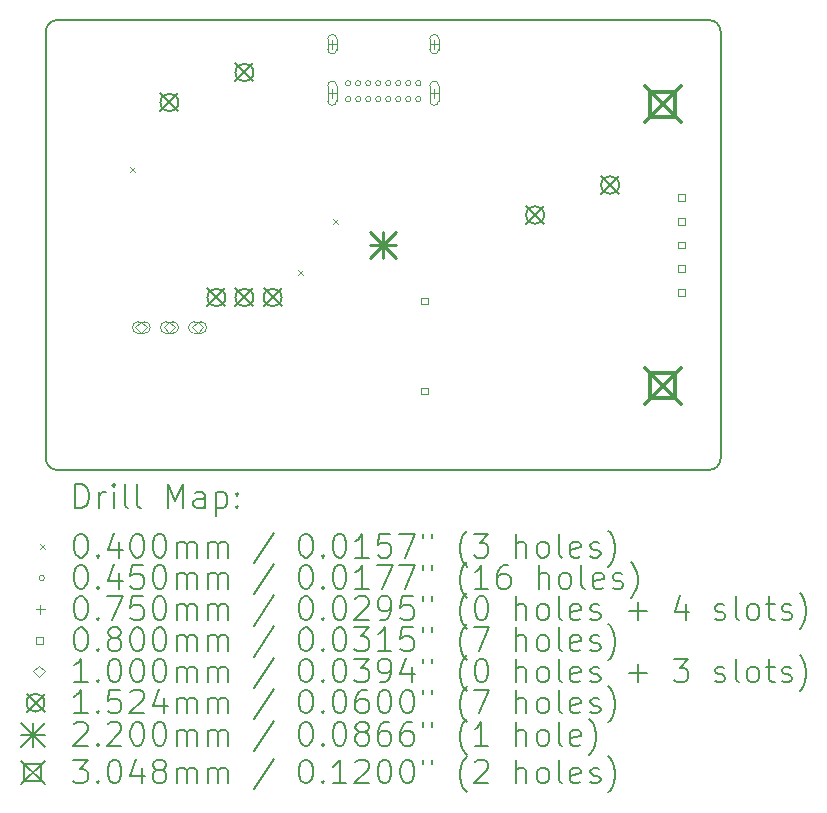
<source format=gbr>
%TF.GenerationSoftware,KiCad,Pcbnew,7.0.11*%
%TF.CreationDate,2024-05-21T13:22:28-04:00*%
%TF.ProjectId,ISOCHet,49534f43-4865-4742-9e6b-696361645f70,rev?*%
%TF.SameCoordinates,Original*%
%TF.FileFunction,Drillmap*%
%TF.FilePolarity,Positive*%
%FSLAX45Y45*%
G04 Gerber Fmt 4.5, Leading zero omitted, Abs format (unit mm)*
G04 Created by KiCad (PCBNEW 7.0.11) date 2024-05-21 13:22:28*
%MOMM*%
%LPD*%
G01*
G04 APERTURE LIST*
%ADD10C,0.200000*%
%ADD11C,0.100000*%
%ADD12C,0.152400*%
%ADD13C,0.220000*%
%ADD14C,0.304800*%
G04 APERTURE END LIST*
D10*
X13017500Y-7520000D02*
X13017500Y-3910000D01*
X13117500Y-3810000D02*
G75*
G03*
X13017500Y-3910000I0J-100000D01*
G01*
X13017500Y-7520000D02*
G75*
G03*
X13117500Y-7620000I100000J0D01*
G01*
X18732500Y-3910000D02*
X18732500Y-7520000D01*
X18632500Y-7620000D02*
X13117500Y-7620000D01*
X18632500Y-7620000D02*
G75*
G03*
X18732500Y-7520000I0J100000D01*
G01*
X13117500Y-3810000D02*
X18632500Y-3810000D01*
X18732500Y-3910000D02*
G75*
G03*
X18632500Y-3810000I-100000J0D01*
G01*
D11*
X13730000Y-5055000D02*
X13770000Y-5095000D01*
X13770000Y-5055000D02*
X13730000Y-5095000D01*
X15155000Y-5930000D02*
X15195000Y-5970000D01*
X15195000Y-5930000D02*
X15155000Y-5970000D01*
X15450000Y-5495000D02*
X15490000Y-5535000D01*
X15490000Y-5495000D02*
X15450000Y-5535000D01*
X15600000Y-4345000D02*
G75*
G03*
X15555000Y-4345000I-22500J0D01*
G01*
X15555000Y-4345000D02*
G75*
G03*
X15600000Y-4345000I22500J0D01*
G01*
X15600000Y-4480000D02*
G75*
G03*
X15555000Y-4480000I-22500J0D01*
G01*
X15555000Y-4480000D02*
G75*
G03*
X15600000Y-4480000I22500J0D01*
G01*
X15685000Y-4345000D02*
G75*
G03*
X15640000Y-4345000I-22500J0D01*
G01*
X15640000Y-4345000D02*
G75*
G03*
X15685000Y-4345000I22500J0D01*
G01*
X15685000Y-4480000D02*
G75*
G03*
X15640000Y-4480000I-22500J0D01*
G01*
X15640000Y-4480000D02*
G75*
G03*
X15685000Y-4480000I22500J0D01*
G01*
X15770000Y-4345000D02*
G75*
G03*
X15725000Y-4345000I-22500J0D01*
G01*
X15725000Y-4345000D02*
G75*
G03*
X15770000Y-4345000I22500J0D01*
G01*
X15770000Y-4480000D02*
G75*
G03*
X15725000Y-4480000I-22500J0D01*
G01*
X15725000Y-4480000D02*
G75*
G03*
X15770000Y-4480000I22500J0D01*
G01*
X15855000Y-4345000D02*
G75*
G03*
X15810000Y-4345000I-22500J0D01*
G01*
X15810000Y-4345000D02*
G75*
G03*
X15855000Y-4345000I22500J0D01*
G01*
X15855000Y-4480000D02*
G75*
G03*
X15810000Y-4480000I-22500J0D01*
G01*
X15810000Y-4480000D02*
G75*
G03*
X15855000Y-4480000I22500J0D01*
G01*
X15940000Y-4345000D02*
G75*
G03*
X15895000Y-4345000I-22500J0D01*
G01*
X15895000Y-4345000D02*
G75*
G03*
X15940000Y-4345000I22500J0D01*
G01*
X15940000Y-4480000D02*
G75*
G03*
X15895000Y-4480000I-22500J0D01*
G01*
X15895000Y-4480000D02*
G75*
G03*
X15940000Y-4480000I22500J0D01*
G01*
X16025000Y-4345000D02*
G75*
G03*
X15980000Y-4345000I-22500J0D01*
G01*
X15980000Y-4345000D02*
G75*
G03*
X16025000Y-4345000I22500J0D01*
G01*
X16025000Y-4480000D02*
G75*
G03*
X15980000Y-4480000I-22500J0D01*
G01*
X15980000Y-4480000D02*
G75*
G03*
X16025000Y-4480000I22500J0D01*
G01*
X16110000Y-4345000D02*
G75*
G03*
X16065000Y-4345000I-22500J0D01*
G01*
X16065000Y-4345000D02*
G75*
G03*
X16110000Y-4345000I22500J0D01*
G01*
X16110000Y-4480000D02*
G75*
G03*
X16065000Y-4480000I-22500J0D01*
G01*
X16065000Y-4480000D02*
G75*
G03*
X16110000Y-4480000I22500J0D01*
G01*
X16195000Y-4345000D02*
G75*
G03*
X16150000Y-4345000I-22500J0D01*
G01*
X16150000Y-4345000D02*
G75*
G03*
X16195000Y-4345000I22500J0D01*
G01*
X16195000Y-4480000D02*
G75*
G03*
X16150000Y-4480000I-22500J0D01*
G01*
X16150000Y-4480000D02*
G75*
G03*
X16195000Y-4480000I22500J0D01*
G01*
X15443000Y-3977500D02*
X15443000Y-4052500D01*
X15405500Y-4015000D02*
X15480500Y-4015000D01*
X15480500Y-4060000D02*
X15480500Y-3970000D01*
X15480500Y-3970000D02*
G75*
G03*
X15405500Y-3970000I-37500J0D01*
G01*
X15405500Y-3970000D02*
X15405500Y-4060000D01*
X15405500Y-4060000D02*
G75*
G03*
X15480500Y-4060000I37500J0D01*
G01*
X15443000Y-4392500D02*
X15443000Y-4467500D01*
X15405500Y-4430000D02*
X15480500Y-4430000D01*
X15480500Y-4495000D02*
X15480500Y-4365000D01*
X15480500Y-4365000D02*
G75*
G03*
X15405500Y-4365000I-37500J0D01*
G01*
X15405500Y-4365000D02*
X15405500Y-4495000D01*
X15405500Y-4495000D02*
G75*
G03*
X15480500Y-4495000I37500J0D01*
G01*
X16307000Y-3977500D02*
X16307000Y-4052500D01*
X16269500Y-4015000D02*
X16344500Y-4015000D01*
X16344500Y-4060000D02*
X16344500Y-3970000D01*
X16344500Y-3970000D02*
G75*
G03*
X16269500Y-3970000I-37500J0D01*
G01*
X16269500Y-3970000D02*
X16269500Y-4060000D01*
X16269500Y-4060000D02*
G75*
G03*
X16344500Y-4060000I37500J0D01*
G01*
X16307000Y-4392500D02*
X16307000Y-4467500D01*
X16269500Y-4430000D02*
X16344500Y-4430000D01*
X16344500Y-4495000D02*
X16344500Y-4365000D01*
X16344500Y-4365000D02*
G75*
G03*
X16269500Y-4365000I-37500J0D01*
G01*
X16269500Y-4365000D02*
X16269500Y-4495000D01*
X16269500Y-4495000D02*
G75*
G03*
X16344500Y-4495000I37500J0D01*
G01*
X16253284Y-6217784D02*
X16253284Y-6161215D01*
X16196715Y-6161215D01*
X16196715Y-6217784D01*
X16253284Y-6217784D01*
X16253284Y-6979784D02*
X16253284Y-6923215D01*
X16196715Y-6923215D01*
X16196715Y-6979784D01*
X16253284Y-6979784D01*
X18428285Y-5343285D02*
X18428285Y-5286716D01*
X18371716Y-5286716D01*
X18371716Y-5343285D01*
X18428285Y-5343285D01*
X18428285Y-5543285D02*
X18428285Y-5486716D01*
X18371716Y-5486716D01*
X18371716Y-5543285D01*
X18428285Y-5543285D01*
X18428285Y-5743284D02*
X18428285Y-5686715D01*
X18371716Y-5686715D01*
X18371716Y-5743284D01*
X18428285Y-5743284D01*
X18428285Y-5943284D02*
X18428285Y-5886715D01*
X18371716Y-5886715D01*
X18371716Y-5943284D01*
X18428285Y-5943284D01*
X18428285Y-6143284D02*
X18428285Y-6086715D01*
X18371716Y-6086715D01*
X18371716Y-6143284D01*
X18428285Y-6143284D01*
X13827125Y-6463500D02*
X13877125Y-6413500D01*
X13827125Y-6363500D01*
X13777125Y-6413500D01*
X13827125Y-6463500D01*
X13800925Y-6463500D02*
X13853325Y-6463500D01*
X13853325Y-6463500D02*
G75*
G03*
X13853325Y-6363500I0J50000D01*
G01*
X13853325Y-6363500D02*
X13800925Y-6363500D01*
X13800925Y-6363500D02*
G75*
G03*
X13800925Y-6463500I0J-50000D01*
G01*
X14065250Y-6463500D02*
X14115250Y-6413500D01*
X14065250Y-6363500D01*
X14015250Y-6413500D01*
X14065250Y-6463500D01*
X14039050Y-6463500D02*
X14091450Y-6463500D01*
X14091450Y-6463500D02*
G75*
G03*
X14091450Y-6363500I0J50000D01*
G01*
X14091450Y-6363500D02*
X14039050Y-6363500D01*
X14039050Y-6363500D02*
G75*
G03*
X14039050Y-6463500I0J-50000D01*
G01*
X14303375Y-6463500D02*
X14353375Y-6413500D01*
X14303375Y-6363500D01*
X14253375Y-6413500D01*
X14303375Y-6463500D01*
X14277175Y-6463500D02*
X14329575Y-6463500D01*
X14329575Y-6463500D02*
G75*
G03*
X14329575Y-6363500I0J50000D01*
G01*
X14329575Y-6363500D02*
X14277175Y-6363500D01*
X14277175Y-6363500D02*
G75*
G03*
X14277175Y-6463500I0J-50000D01*
G01*
D12*
X13989050Y-4432300D02*
X14141450Y-4584700D01*
X14141450Y-4432300D02*
X13989050Y-4584700D01*
X14141450Y-4508500D02*
G75*
G03*
X13989050Y-4508500I-76200J0D01*
G01*
X13989050Y-4508500D02*
G75*
G03*
X14141450Y-4508500I76200J0D01*
G01*
X14385925Y-6083300D02*
X14538325Y-6235700D01*
X14538325Y-6083300D02*
X14385925Y-6235700D01*
X14538325Y-6159500D02*
G75*
G03*
X14385925Y-6159500I-76200J0D01*
G01*
X14385925Y-6159500D02*
G75*
G03*
X14538325Y-6159500I76200J0D01*
G01*
X14624050Y-4178300D02*
X14776450Y-4330700D01*
X14776450Y-4178300D02*
X14624050Y-4330700D01*
X14776450Y-4254500D02*
G75*
G03*
X14624050Y-4254500I-76200J0D01*
G01*
X14624050Y-4254500D02*
G75*
G03*
X14776450Y-4254500I76200J0D01*
G01*
X14624050Y-6083300D02*
X14776450Y-6235700D01*
X14776450Y-6083300D02*
X14624050Y-6235700D01*
X14776450Y-6159500D02*
G75*
G03*
X14624050Y-6159500I-76200J0D01*
G01*
X14624050Y-6159500D02*
G75*
G03*
X14776450Y-6159500I76200J0D01*
G01*
X14862175Y-6083300D02*
X15014575Y-6235700D01*
X15014575Y-6083300D02*
X14862175Y-6235700D01*
X15014575Y-6159500D02*
G75*
G03*
X14862175Y-6159500I-76200J0D01*
G01*
X14862175Y-6159500D02*
G75*
G03*
X15014575Y-6159500I76200J0D01*
G01*
X17084675Y-5384800D02*
X17237075Y-5537200D01*
X17237075Y-5384800D02*
X17084675Y-5537200D01*
X17237075Y-5461000D02*
G75*
G03*
X17084675Y-5461000I-76200J0D01*
G01*
X17084675Y-5461000D02*
G75*
G03*
X17237075Y-5461000I76200J0D01*
G01*
X17719675Y-5130800D02*
X17872075Y-5283200D01*
X17872075Y-5130800D02*
X17719675Y-5283200D01*
X17872075Y-5207000D02*
G75*
G03*
X17719675Y-5207000I-76200J0D01*
G01*
X17719675Y-5207000D02*
G75*
G03*
X17872075Y-5207000I76200J0D01*
G01*
D13*
X15765000Y-5605000D02*
X15985000Y-5825000D01*
X15985000Y-5605000D02*
X15765000Y-5825000D01*
X15875000Y-5605000D02*
X15875000Y-5825000D01*
X15765000Y-5715000D02*
X15985000Y-5715000D01*
D14*
X18087975Y-4371975D02*
X18392775Y-4676775D01*
X18392775Y-4371975D02*
X18087975Y-4676775D01*
X18348139Y-4632139D02*
X18348139Y-4416611D01*
X18132611Y-4416611D01*
X18132611Y-4632139D01*
X18348139Y-4632139D01*
X18087975Y-6753225D02*
X18392775Y-7058025D01*
X18392775Y-6753225D02*
X18087975Y-7058025D01*
X18348139Y-7013389D02*
X18348139Y-6797861D01*
X18132611Y-6797861D01*
X18132611Y-7013389D01*
X18348139Y-7013389D01*
D10*
X13268277Y-7941484D02*
X13268277Y-7741484D01*
X13268277Y-7741484D02*
X13315896Y-7741484D01*
X13315896Y-7741484D02*
X13344467Y-7751008D01*
X13344467Y-7751008D02*
X13363515Y-7770055D01*
X13363515Y-7770055D02*
X13373039Y-7789103D01*
X13373039Y-7789103D02*
X13382562Y-7827198D01*
X13382562Y-7827198D02*
X13382562Y-7855769D01*
X13382562Y-7855769D02*
X13373039Y-7893865D01*
X13373039Y-7893865D02*
X13363515Y-7912912D01*
X13363515Y-7912912D02*
X13344467Y-7931960D01*
X13344467Y-7931960D02*
X13315896Y-7941484D01*
X13315896Y-7941484D02*
X13268277Y-7941484D01*
X13468277Y-7941484D02*
X13468277Y-7808150D01*
X13468277Y-7846246D02*
X13477801Y-7827198D01*
X13477801Y-7827198D02*
X13487324Y-7817674D01*
X13487324Y-7817674D02*
X13506372Y-7808150D01*
X13506372Y-7808150D02*
X13525420Y-7808150D01*
X13592086Y-7941484D02*
X13592086Y-7808150D01*
X13592086Y-7741484D02*
X13582562Y-7751008D01*
X13582562Y-7751008D02*
X13592086Y-7760531D01*
X13592086Y-7760531D02*
X13601610Y-7751008D01*
X13601610Y-7751008D02*
X13592086Y-7741484D01*
X13592086Y-7741484D02*
X13592086Y-7760531D01*
X13715896Y-7941484D02*
X13696848Y-7931960D01*
X13696848Y-7931960D02*
X13687324Y-7912912D01*
X13687324Y-7912912D02*
X13687324Y-7741484D01*
X13820658Y-7941484D02*
X13801610Y-7931960D01*
X13801610Y-7931960D02*
X13792086Y-7912912D01*
X13792086Y-7912912D02*
X13792086Y-7741484D01*
X14049229Y-7941484D02*
X14049229Y-7741484D01*
X14049229Y-7741484D02*
X14115896Y-7884341D01*
X14115896Y-7884341D02*
X14182562Y-7741484D01*
X14182562Y-7741484D02*
X14182562Y-7941484D01*
X14363515Y-7941484D02*
X14363515Y-7836722D01*
X14363515Y-7836722D02*
X14353991Y-7817674D01*
X14353991Y-7817674D02*
X14334943Y-7808150D01*
X14334943Y-7808150D02*
X14296848Y-7808150D01*
X14296848Y-7808150D02*
X14277801Y-7817674D01*
X14363515Y-7931960D02*
X14344467Y-7941484D01*
X14344467Y-7941484D02*
X14296848Y-7941484D01*
X14296848Y-7941484D02*
X14277801Y-7931960D01*
X14277801Y-7931960D02*
X14268277Y-7912912D01*
X14268277Y-7912912D02*
X14268277Y-7893865D01*
X14268277Y-7893865D02*
X14277801Y-7874817D01*
X14277801Y-7874817D02*
X14296848Y-7865293D01*
X14296848Y-7865293D02*
X14344467Y-7865293D01*
X14344467Y-7865293D02*
X14363515Y-7855769D01*
X14458753Y-7808150D02*
X14458753Y-8008150D01*
X14458753Y-7817674D02*
X14477801Y-7808150D01*
X14477801Y-7808150D02*
X14515896Y-7808150D01*
X14515896Y-7808150D02*
X14534943Y-7817674D01*
X14534943Y-7817674D02*
X14544467Y-7827198D01*
X14544467Y-7827198D02*
X14553991Y-7846246D01*
X14553991Y-7846246D02*
X14553991Y-7903388D01*
X14553991Y-7903388D02*
X14544467Y-7922436D01*
X14544467Y-7922436D02*
X14534943Y-7931960D01*
X14534943Y-7931960D02*
X14515896Y-7941484D01*
X14515896Y-7941484D02*
X14477801Y-7941484D01*
X14477801Y-7941484D02*
X14458753Y-7931960D01*
X14639705Y-7922436D02*
X14649229Y-7931960D01*
X14649229Y-7931960D02*
X14639705Y-7941484D01*
X14639705Y-7941484D02*
X14630182Y-7931960D01*
X14630182Y-7931960D02*
X14639705Y-7922436D01*
X14639705Y-7922436D02*
X14639705Y-7941484D01*
X14639705Y-7817674D02*
X14649229Y-7827198D01*
X14649229Y-7827198D02*
X14639705Y-7836722D01*
X14639705Y-7836722D02*
X14630182Y-7827198D01*
X14630182Y-7827198D02*
X14639705Y-7817674D01*
X14639705Y-7817674D02*
X14639705Y-7836722D01*
D11*
X12967500Y-8250000D02*
X13007500Y-8290000D01*
X13007500Y-8250000D02*
X12967500Y-8290000D01*
D10*
X13306372Y-8161484D02*
X13325420Y-8161484D01*
X13325420Y-8161484D02*
X13344467Y-8171008D01*
X13344467Y-8171008D02*
X13353991Y-8180531D01*
X13353991Y-8180531D02*
X13363515Y-8199579D01*
X13363515Y-8199579D02*
X13373039Y-8237674D01*
X13373039Y-8237674D02*
X13373039Y-8285293D01*
X13373039Y-8285293D02*
X13363515Y-8323388D01*
X13363515Y-8323388D02*
X13353991Y-8342436D01*
X13353991Y-8342436D02*
X13344467Y-8351960D01*
X13344467Y-8351960D02*
X13325420Y-8361484D01*
X13325420Y-8361484D02*
X13306372Y-8361484D01*
X13306372Y-8361484D02*
X13287324Y-8351960D01*
X13287324Y-8351960D02*
X13277801Y-8342436D01*
X13277801Y-8342436D02*
X13268277Y-8323388D01*
X13268277Y-8323388D02*
X13258753Y-8285293D01*
X13258753Y-8285293D02*
X13258753Y-8237674D01*
X13258753Y-8237674D02*
X13268277Y-8199579D01*
X13268277Y-8199579D02*
X13277801Y-8180531D01*
X13277801Y-8180531D02*
X13287324Y-8171008D01*
X13287324Y-8171008D02*
X13306372Y-8161484D01*
X13458753Y-8342436D02*
X13468277Y-8351960D01*
X13468277Y-8351960D02*
X13458753Y-8361484D01*
X13458753Y-8361484D02*
X13449229Y-8351960D01*
X13449229Y-8351960D02*
X13458753Y-8342436D01*
X13458753Y-8342436D02*
X13458753Y-8361484D01*
X13639705Y-8228150D02*
X13639705Y-8361484D01*
X13592086Y-8151960D02*
X13544467Y-8294817D01*
X13544467Y-8294817D02*
X13668277Y-8294817D01*
X13782562Y-8161484D02*
X13801610Y-8161484D01*
X13801610Y-8161484D02*
X13820658Y-8171008D01*
X13820658Y-8171008D02*
X13830182Y-8180531D01*
X13830182Y-8180531D02*
X13839705Y-8199579D01*
X13839705Y-8199579D02*
X13849229Y-8237674D01*
X13849229Y-8237674D02*
X13849229Y-8285293D01*
X13849229Y-8285293D02*
X13839705Y-8323388D01*
X13839705Y-8323388D02*
X13830182Y-8342436D01*
X13830182Y-8342436D02*
X13820658Y-8351960D01*
X13820658Y-8351960D02*
X13801610Y-8361484D01*
X13801610Y-8361484D02*
X13782562Y-8361484D01*
X13782562Y-8361484D02*
X13763515Y-8351960D01*
X13763515Y-8351960D02*
X13753991Y-8342436D01*
X13753991Y-8342436D02*
X13744467Y-8323388D01*
X13744467Y-8323388D02*
X13734943Y-8285293D01*
X13734943Y-8285293D02*
X13734943Y-8237674D01*
X13734943Y-8237674D02*
X13744467Y-8199579D01*
X13744467Y-8199579D02*
X13753991Y-8180531D01*
X13753991Y-8180531D02*
X13763515Y-8171008D01*
X13763515Y-8171008D02*
X13782562Y-8161484D01*
X13973039Y-8161484D02*
X13992086Y-8161484D01*
X13992086Y-8161484D02*
X14011134Y-8171008D01*
X14011134Y-8171008D02*
X14020658Y-8180531D01*
X14020658Y-8180531D02*
X14030182Y-8199579D01*
X14030182Y-8199579D02*
X14039705Y-8237674D01*
X14039705Y-8237674D02*
X14039705Y-8285293D01*
X14039705Y-8285293D02*
X14030182Y-8323388D01*
X14030182Y-8323388D02*
X14020658Y-8342436D01*
X14020658Y-8342436D02*
X14011134Y-8351960D01*
X14011134Y-8351960D02*
X13992086Y-8361484D01*
X13992086Y-8361484D02*
X13973039Y-8361484D01*
X13973039Y-8361484D02*
X13953991Y-8351960D01*
X13953991Y-8351960D02*
X13944467Y-8342436D01*
X13944467Y-8342436D02*
X13934943Y-8323388D01*
X13934943Y-8323388D02*
X13925420Y-8285293D01*
X13925420Y-8285293D02*
X13925420Y-8237674D01*
X13925420Y-8237674D02*
X13934943Y-8199579D01*
X13934943Y-8199579D02*
X13944467Y-8180531D01*
X13944467Y-8180531D02*
X13953991Y-8171008D01*
X13953991Y-8171008D02*
X13973039Y-8161484D01*
X14125420Y-8361484D02*
X14125420Y-8228150D01*
X14125420Y-8247198D02*
X14134943Y-8237674D01*
X14134943Y-8237674D02*
X14153991Y-8228150D01*
X14153991Y-8228150D02*
X14182563Y-8228150D01*
X14182563Y-8228150D02*
X14201610Y-8237674D01*
X14201610Y-8237674D02*
X14211134Y-8256722D01*
X14211134Y-8256722D02*
X14211134Y-8361484D01*
X14211134Y-8256722D02*
X14220658Y-8237674D01*
X14220658Y-8237674D02*
X14239705Y-8228150D01*
X14239705Y-8228150D02*
X14268277Y-8228150D01*
X14268277Y-8228150D02*
X14287324Y-8237674D01*
X14287324Y-8237674D02*
X14296848Y-8256722D01*
X14296848Y-8256722D02*
X14296848Y-8361484D01*
X14392086Y-8361484D02*
X14392086Y-8228150D01*
X14392086Y-8247198D02*
X14401610Y-8237674D01*
X14401610Y-8237674D02*
X14420658Y-8228150D01*
X14420658Y-8228150D02*
X14449229Y-8228150D01*
X14449229Y-8228150D02*
X14468277Y-8237674D01*
X14468277Y-8237674D02*
X14477801Y-8256722D01*
X14477801Y-8256722D02*
X14477801Y-8361484D01*
X14477801Y-8256722D02*
X14487324Y-8237674D01*
X14487324Y-8237674D02*
X14506372Y-8228150D01*
X14506372Y-8228150D02*
X14534943Y-8228150D01*
X14534943Y-8228150D02*
X14553991Y-8237674D01*
X14553991Y-8237674D02*
X14563515Y-8256722D01*
X14563515Y-8256722D02*
X14563515Y-8361484D01*
X14953991Y-8151960D02*
X14782563Y-8409103D01*
X15211134Y-8161484D02*
X15230182Y-8161484D01*
X15230182Y-8161484D02*
X15249229Y-8171008D01*
X15249229Y-8171008D02*
X15258753Y-8180531D01*
X15258753Y-8180531D02*
X15268277Y-8199579D01*
X15268277Y-8199579D02*
X15277801Y-8237674D01*
X15277801Y-8237674D02*
X15277801Y-8285293D01*
X15277801Y-8285293D02*
X15268277Y-8323388D01*
X15268277Y-8323388D02*
X15258753Y-8342436D01*
X15258753Y-8342436D02*
X15249229Y-8351960D01*
X15249229Y-8351960D02*
X15230182Y-8361484D01*
X15230182Y-8361484D02*
X15211134Y-8361484D01*
X15211134Y-8361484D02*
X15192086Y-8351960D01*
X15192086Y-8351960D02*
X15182563Y-8342436D01*
X15182563Y-8342436D02*
X15173039Y-8323388D01*
X15173039Y-8323388D02*
X15163515Y-8285293D01*
X15163515Y-8285293D02*
X15163515Y-8237674D01*
X15163515Y-8237674D02*
X15173039Y-8199579D01*
X15173039Y-8199579D02*
X15182563Y-8180531D01*
X15182563Y-8180531D02*
X15192086Y-8171008D01*
X15192086Y-8171008D02*
X15211134Y-8161484D01*
X15363515Y-8342436D02*
X15373039Y-8351960D01*
X15373039Y-8351960D02*
X15363515Y-8361484D01*
X15363515Y-8361484D02*
X15353991Y-8351960D01*
X15353991Y-8351960D02*
X15363515Y-8342436D01*
X15363515Y-8342436D02*
X15363515Y-8361484D01*
X15496848Y-8161484D02*
X15515896Y-8161484D01*
X15515896Y-8161484D02*
X15534944Y-8171008D01*
X15534944Y-8171008D02*
X15544467Y-8180531D01*
X15544467Y-8180531D02*
X15553991Y-8199579D01*
X15553991Y-8199579D02*
X15563515Y-8237674D01*
X15563515Y-8237674D02*
X15563515Y-8285293D01*
X15563515Y-8285293D02*
X15553991Y-8323388D01*
X15553991Y-8323388D02*
X15544467Y-8342436D01*
X15544467Y-8342436D02*
X15534944Y-8351960D01*
X15534944Y-8351960D02*
X15515896Y-8361484D01*
X15515896Y-8361484D02*
X15496848Y-8361484D01*
X15496848Y-8361484D02*
X15477801Y-8351960D01*
X15477801Y-8351960D02*
X15468277Y-8342436D01*
X15468277Y-8342436D02*
X15458753Y-8323388D01*
X15458753Y-8323388D02*
X15449229Y-8285293D01*
X15449229Y-8285293D02*
X15449229Y-8237674D01*
X15449229Y-8237674D02*
X15458753Y-8199579D01*
X15458753Y-8199579D02*
X15468277Y-8180531D01*
X15468277Y-8180531D02*
X15477801Y-8171008D01*
X15477801Y-8171008D02*
X15496848Y-8161484D01*
X15753991Y-8361484D02*
X15639706Y-8361484D01*
X15696848Y-8361484D02*
X15696848Y-8161484D01*
X15696848Y-8161484D02*
X15677801Y-8190055D01*
X15677801Y-8190055D02*
X15658753Y-8209103D01*
X15658753Y-8209103D02*
X15639706Y-8218627D01*
X15934944Y-8161484D02*
X15839706Y-8161484D01*
X15839706Y-8161484D02*
X15830182Y-8256722D01*
X15830182Y-8256722D02*
X15839706Y-8247198D01*
X15839706Y-8247198D02*
X15858753Y-8237674D01*
X15858753Y-8237674D02*
X15906372Y-8237674D01*
X15906372Y-8237674D02*
X15925420Y-8247198D01*
X15925420Y-8247198D02*
X15934944Y-8256722D01*
X15934944Y-8256722D02*
X15944467Y-8275769D01*
X15944467Y-8275769D02*
X15944467Y-8323388D01*
X15944467Y-8323388D02*
X15934944Y-8342436D01*
X15934944Y-8342436D02*
X15925420Y-8351960D01*
X15925420Y-8351960D02*
X15906372Y-8361484D01*
X15906372Y-8361484D02*
X15858753Y-8361484D01*
X15858753Y-8361484D02*
X15839706Y-8351960D01*
X15839706Y-8351960D02*
X15830182Y-8342436D01*
X16011134Y-8161484D02*
X16144467Y-8161484D01*
X16144467Y-8161484D02*
X16058753Y-8361484D01*
X16211134Y-8161484D02*
X16211134Y-8199579D01*
X16287325Y-8161484D02*
X16287325Y-8199579D01*
X16582563Y-8437674D02*
X16573039Y-8428150D01*
X16573039Y-8428150D02*
X16553991Y-8399579D01*
X16553991Y-8399579D02*
X16544468Y-8380531D01*
X16544468Y-8380531D02*
X16534944Y-8351960D01*
X16534944Y-8351960D02*
X16525420Y-8304341D01*
X16525420Y-8304341D02*
X16525420Y-8266246D01*
X16525420Y-8266246D02*
X16534944Y-8218627D01*
X16534944Y-8218627D02*
X16544468Y-8190055D01*
X16544468Y-8190055D02*
X16553991Y-8171008D01*
X16553991Y-8171008D02*
X16573039Y-8142436D01*
X16573039Y-8142436D02*
X16582563Y-8132912D01*
X16639706Y-8161484D02*
X16763515Y-8161484D01*
X16763515Y-8161484D02*
X16696848Y-8237674D01*
X16696848Y-8237674D02*
X16725420Y-8237674D01*
X16725420Y-8237674D02*
X16744468Y-8247198D01*
X16744468Y-8247198D02*
X16753991Y-8256722D01*
X16753991Y-8256722D02*
X16763515Y-8275769D01*
X16763515Y-8275769D02*
X16763515Y-8323388D01*
X16763515Y-8323388D02*
X16753991Y-8342436D01*
X16753991Y-8342436D02*
X16744468Y-8351960D01*
X16744468Y-8351960D02*
X16725420Y-8361484D01*
X16725420Y-8361484D02*
X16668277Y-8361484D01*
X16668277Y-8361484D02*
X16649229Y-8351960D01*
X16649229Y-8351960D02*
X16639706Y-8342436D01*
X17001611Y-8361484D02*
X17001611Y-8161484D01*
X17087325Y-8361484D02*
X17087325Y-8256722D01*
X17087325Y-8256722D02*
X17077801Y-8237674D01*
X17077801Y-8237674D02*
X17058753Y-8228150D01*
X17058753Y-8228150D02*
X17030182Y-8228150D01*
X17030182Y-8228150D02*
X17011134Y-8237674D01*
X17011134Y-8237674D02*
X17001611Y-8247198D01*
X17211134Y-8361484D02*
X17192087Y-8351960D01*
X17192087Y-8351960D02*
X17182563Y-8342436D01*
X17182563Y-8342436D02*
X17173039Y-8323388D01*
X17173039Y-8323388D02*
X17173039Y-8266246D01*
X17173039Y-8266246D02*
X17182563Y-8247198D01*
X17182563Y-8247198D02*
X17192087Y-8237674D01*
X17192087Y-8237674D02*
X17211134Y-8228150D01*
X17211134Y-8228150D02*
X17239706Y-8228150D01*
X17239706Y-8228150D02*
X17258753Y-8237674D01*
X17258753Y-8237674D02*
X17268277Y-8247198D01*
X17268277Y-8247198D02*
X17277801Y-8266246D01*
X17277801Y-8266246D02*
X17277801Y-8323388D01*
X17277801Y-8323388D02*
X17268277Y-8342436D01*
X17268277Y-8342436D02*
X17258753Y-8351960D01*
X17258753Y-8351960D02*
X17239706Y-8361484D01*
X17239706Y-8361484D02*
X17211134Y-8361484D01*
X17392087Y-8361484D02*
X17373039Y-8351960D01*
X17373039Y-8351960D02*
X17363515Y-8332912D01*
X17363515Y-8332912D02*
X17363515Y-8161484D01*
X17544468Y-8351960D02*
X17525420Y-8361484D01*
X17525420Y-8361484D02*
X17487325Y-8361484D01*
X17487325Y-8361484D02*
X17468277Y-8351960D01*
X17468277Y-8351960D02*
X17458753Y-8332912D01*
X17458753Y-8332912D02*
X17458753Y-8256722D01*
X17458753Y-8256722D02*
X17468277Y-8237674D01*
X17468277Y-8237674D02*
X17487325Y-8228150D01*
X17487325Y-8228150D02*
X17525420Y-8228150D01*
X17525420Y-8228150D02*
X17544468Y-8237674D01*
X17544468Y-8237674D02*
X17553992Y-8256722D01*
X17553992Y-8256722D02*
X17553992Y-8275769D01*
X17553992Y-8275769D02*
X17458753Y-8294817D01*
X17630182Y-8351960D02*
X17649230Y-8361484D01*
X17649230Y-8361484D02*
X17687325Y-8361484D01*
X17687325Y-8361484D02*
X17706373Y-8351960D01*
X17706373Y-8351960D02*
X17715896Y-8332912D01*
X17715896Y-8332912D02*
X17715896Y-8323388D01*
X17715896Y-8323388D02*
X17706373Y-8304341D01*
X17706373Y-8304341D02*
X17687325Y-8294817D01*
X17687325Y-8294817D02*
X17658753Y-8294817D01*
X17658753Y-8294817D02*
X17639706Y-8285293D01*
X17639706Y-8285293D02*
X17630182Y-8266246D01*
X17630182Y-8266246D02*
X17630182Y-8256722D01*
X17630182Y-8256722D02*
X17639706Y-8237674D01*
X17639706Y-8237674D02*
X17658753Y-8228150D01*
X17658753Y-8228150D02*
X17687325Y-8228150D01*
X17687325Y-8228150D02*
X17706373Y-8237674D01*
X17782563Y-8437674D02*
X17792087Y-8428150D01*
X17792087Y-8428150D02*
X17811134Y-8399579D01*
X17811134Y-8399579D02*
X17820658Y-8380531D01*
X17820658Y-8380531D02*
X17830182Y-8351960D01*
X17830182Y-8351960D02*
X17839706Y-8304341D01*
X17839706Y-8304341D02*
X17839706Y-8266246D01*
X17839706Y-8266246D02*
X17830182Y-8218627D01*
X17830182Y-8218627D02*
X17820658Y-8190055D01*
X17820658Y-8190055D02*
X17811134Y-8171008D01*
X17811134Y-8171008D02*
X17792087Y-8142436D01*
X17792087Y-8142436D02*
X17782563Y-8132912D01*
D11*
X13007500Y-8534000D02*
G75*
G03*
X12962500Y-8534000I-22500J0D01*
G01*
X12962500Y-8534000D02*
G75*
G03*
X13007500Y-8534000I22500J0D01*
G01*
D10*
X13306372Y-8425484D02*
X13325420Y-8425484D01*
X13325420Y-8425484D02*
X13344467Y-8435008D01*
X13344467Y-8435008D02*
X13353991Y-8444531D01*
X13353991Y-8444531D02*
X13363515Y-8463579D01*
X13363515Y-8463579D02*
X13373039Y-8501674D01*
X13373039Y-8501674D02*
X13373039Y-8549293D01*
X13373039Y-8549293D02*
X13363515Y-8587389D01*
X13363515Y-8587389D02*
X13353991Y-8606436D01*
X13353991Y-8606436D02*
X13344467Y-8615960D01*
X13344467Y-8615960D02*
X13325420Y-8625484D01*
X13325420Y-8625484D02*
X13306372Y-8625484D01*
X13306372Y-8625484D02*
X13287324Y-8615960D01*
X13287324Y-8615960D02*
X13277801Y-8606436D01*
X13277801Y-8606436D02*
X13268277Y-8587389D01*
X13268277Y-8587389D02*
X13258753Y-8549293D01*
X13258753Y-8549293D02*
X13258753Y-8501674D01*
X13258753Y-8501674D02*
X13268277Y-8463579D01*
X13268277Y-8463579D02*
X13277801Y-8444531D01*
X13277801Y-8444531D02*
X13287324Y-8435008D01*
X13287324Y-8435008D02*
X13306372Y-8425484D01*
X13458753Y-8606436D02*
X13468277Y-8615960D01*
X13468277Y-8615960D02*
X13458753Y-8625484D01*
X13458753Y-8625484D02*
X13449229Y-8615960D01*
X13449229Y-8615960D02*
X13458753Y-8606436D01*
X13458753Y-8606436D02*
X13458753Y-8625484D01*
X13639705Y-8492150D02*
X13639705Y-8625484D01*
X13592086Y-8415960D02*
X13544467Y-8558817D01*
X13544467Y-8558817D02*
X13668277Y-8558817D01*
X13839705Y-8425484D02*
X13744467Y-8425484D01*
X13744467Y-8425484D02*
X13734943Y-8520722D01*
X13734943Y-8520722D02*
X13744467Y-8511198D01*
X13744467Y-8511198D02*
X13763515Y-8501674D01*
X13763515Y-8501674D02*
X13811134Y-8501674D01*
X13811134Y-8501674D02*
X13830182Y-8511198D01*
X13830182Y-8511198D02*
X13839705Y-8520722D01*
X13839705Y-8520722D02*
X13849229Y-8539770D01*
X13849229Y-8539770D02*
X13849229Y-8587389D01*
X13849229Y-8587389D02*
X13839705Y-8606436D01*
X13839705Y-8606436D02*
X13830182Y-8615960D01*
X13830182Y-8615960D02*
X13811134Y-8625484D01*
X13811134Y-8625484D02*
X13763515Y-8625484D01*
X13763515Y-8625484D02*
X13744467Y-8615960D01*
X13744467Y-8615960D02*
X13734943Y-8606436D01*
X13973039Y-8425484D02*
X13992086Y-8425484D01*
X13992086Y-8425484D02*
X14011134Y-8435008D01*
X14011134Y-8435008D02*
X14020658Y-8444531D01*
X14020658Y-8444531D02*
X14030182Y-8463579D01*
X14030182Y-8463579D02*
X14039705Y-8501674D01*
X14039705Y-8501674D02*
X14039705Y-8549293D01*
X14039705Y-8549293D02*
X14030182Y-8587389D01*
X14030182Y-8587389D02*
X14020658Y-8606436D01*
X14020658Y-8606436D02*
X14011134Y-8615960D01*
X14011134Y-8615960D02*
X13992086Y-8625484D01*
X13992086Y-8625484D02*
X13973039Y-8625484D01*
X13973039Y-8625484D02*
X13953991Y-8615960D01*
X13953991Y-8615960D02*
X13944467Y-8606436D01*
X13944467Y-8606436D02*
X13934943Y-8587389D01*
X13934943Y-8587389D02*
X13925420Y-8549293D01*
X13925420Y-8549293D02*
X13925420Y-8501674D01*
X13925420Y-8501674D02*
X13934943Y-8463579D01*
X13934943Y-8463579D02*
X13944467Y-8444531D01*
X13944467Y-8444531D02*
X13953991Y-8435008D01*
X13953991Y-8435008D02*
X13973039Y-8425484D01*
X14125420Y-8625484D02*
X14125420Y-8492150D01*
X14125420Y-8511198D02*
X14134943Y-8501674D01*
X14134943Y-8501674D02*
X14153991Y-8492150D01*
X14153991Y-8492150D02*
X14182563Y-8492150D01*
X14182563Y-8492150D02*
X14201610Y-8501674D01*
X14201610Y-8501674D02*
X14211134Y-8520722D01*
X14211134Y-8520722D02*
X14211134Y-8625484D01*
X14211134Y-8520722D02*
X14220658Y-8501674D01*
X14220658Y-8501674D02*
X14239705Y-8492150D01*
X14239705Y-8492150D02*
X14268277Y-8492150D01*
X14268277Y-8492150D02*
X14287324Y-8501674D01*
X14287324Y-8501674D02*
X14296848Y-8520722D01*
X14296848Y-8520722D02*
X14296848Y-8625484D01*
X14392086Y-8625484D02*
X14392086Y-8492150D01*
X14392086Y-8511198D02*
X14401610Y-8501674D01*
X14401610Y-8501674D02*
X14420658Y-8492150D01*
X14420658Y-8492150D02*
X14449229Y-8492150D01*
X14449229Y-8492150D02*
X14468277Y-8501674D01*
X14468277Y-8501674D02*
X14477801Y-8520722D01*
X14477801Y-8520722D02*
X14477801Y-8625484D01*
X14477801Y-8520722D02*
X14487324Y-8501674D01*
X14487324Y-8501674D02*
X14506372Y-8492150D01*
X14506372Y-8492150D02*
X14534943Y-8492150D01*
X14534943Y-8492150D02*
X14553991Y-8501674D01*
X14553991Y-8501674D02*
X14563515Y-8520722D01*
X14563515Y-8520722D02*
X14563515Y-8625484D01*
X14953991Y-8415960D02*
X14782563Y-8673103D01*
X15211134Y-8425484D02*
X15230182Y-8425484D01*
X15230182Y-8425484D02*
X15249229Y-8435008D01*
X15249229Y-8435008D02*
X15258753Y-8444531D01*
X15258753Y-8444531D02*
X15268277Y-8463579D01*
X15268277Y-8463579D02*
X15277801Y-8501674D01*
X15277801Y-8501674D02*
X15277801Y-8549293D01*
X15277801Y-8549293D02*
X15268277Y-8587389D01*
X15268277Y-8587389D02*
X15258753Y-8606436D01*
X15258753Y-8606436D02*
X15249229Y-8615960D01*
X15249229Y-8615960D02*
X15230182Y-8625484D01*
X15230182Y-8625484D02*
X15211134Y-8625484D01*
X15211134Y-8625484D02*
X15192086Y-8615960D01*
X15192086Y-8615960D02*
X15182563Y-8606436D01*
X15182563Y-8606436D02*
X15173039Y-8587389D01*
X15173039Y-8587389D02*
X15163515Y-8549293D01*
X15163515Y-8549293D02*
X15163515Y-8501674D01*
X15163515Y-8501674D02*
X15173039Y-8463579D01*
X15173039Y-8463579D02*
X15182563Y-8444531D01*
X15182563Y-8444531D02*
X15192086Y-8435008D01*
X15192086Y-8435008D02*
X15211134Y-8425484D01*
X15363515Y-8606436D02*
X15373039Y-8615960D01*
X15373039Y-8615960D02*
X15363515Y-8625484D01*
X15363515Y-8625484D02*
X15353991Y-8615960D01*
X15353991Y-8615960D02*
X15363515Y-8606436D01*
X15363515Y-8606436D02*
X15363515Y-8625484D01*
X15496848Y-8425484D02*
X15515896Y-8425484D01*
X15515896Y-8425484D02*
X15534944Y-8435008D01*
X15534944Y-8435008D02*
X15544467Y-8444531D01*
X15544467Y-8444531D02*
X15553991Y-8463579D01*
X15553991Y-8463579D02*
X15563515Y-8501674D01*
X15563515Y-8501674D02*
X15563515Y-8549293D01*
X15563515Y-8549293D02*
X15553991Y-8587389D01*
X15553991Y-8587389D02*
X15544467Y-8606436D01*
X15544467Y-8606436D02*
X15534944Y-8615960D01*
X15534944Y-8615960D02*
X15515896Y-8625484D01*
X15515896Y-8625484D02*
X15496848Y-8625484D01*
X15496848Y-8625484D02*
X15477801Y-8615960D01*
X15477801Y-8615960D02*
X15468277Y-8606436D01*
X15468277Y-8606436D02*
X15458753Y-8587389D01*
X15458753Y-8587389D02*
X15449229Y-8549293D01*
X15449229Y-8549293D02*
X15449229Y-8501674D01*
X15449229Y-8501674D02*
X15458753Y-8463579D01*
X15458753Y-8463579D02*
X15468277Y-8444531D01*
X15468277Y-8444531D02*
X15477801Y-8435008D01*
X15477801Y-8435008D02*
X15496848Y-8425484D01*
X15753991Y-8625484D02*
X15639706Y-8625484D01*
X15696848Y-8625484D02*
X15696848Y-8425484D01*
X15696848Y-8425484D02*
X15677801Y-8454055D01*
X15677801Y-8454055D02*
X15658753Y-8473103D01*
X15658753Y-8473103D02*
X15639706Y-8482627D01*
X15820658Y-8425484D02*
X15953991Y-8425484D01*
X15953991Y-8425484D02*
X15868277Y-8625484D01*
X16011134Y-8425484D02*
X16144467Y-8425484D01*
X16144467Y-8425484D02*
X16058753Y-8625484D01*
X16211134Y-8425484D02*
X16211134Y-8463579D01*
X16287325Y-8425484D02*
X16287325Y-8463579D01*
X16582563Y-8701674D02*
X16573039Y-8692150D01*
X16573039Y-8692150D02*
X16553991Y-8663579D01*
X16553991Y-8663579D02*
X16544468Y-8644531D01*
X16544468Y-8644531D02*
X16534944Y-8615960D01*
X16534944Y-8615960D02*
X16525420Y-8568341D01*
X16525420Y-8568341D02*
X16525420Y-8530246D01*
X16525420Y-8530246D02*
X16534944Y-8482627D01*
X16534944Y-8482627D02*
X16544468Y-8454055D01*
X16544468Y-8454055D02*
X16553991Y-8435008D01*
X16553991Y-8435008D02*
X16573039Y-8406436D01*
X16573039Y-8406436D02*
X16582563Y-8396912D01*
X16763515Y-8625484D02*
X16649229Y-8625484D01*
X16706372Y-8625484D02*
X16706372Y-8425484D01*
X16706372Y-8425484D02*
X16687325Y-8454055D01*
X16687325Y-8454055D02*
X16668277Y-8473103D01*
X16668277Y-8473103D02*
X16649229Y-8482627D01*
X16934944Y-8425484D02*
X16896849Y-8425484D01*
X16896849Y-8425484D02*
X16877801Y-8435008D01*
X16877801Y-8435008D02*
X16868277Y-8444531D01*
X16868277Y-8444531D02*
X16849230Y-8473103D01*
X16849230Y-8473103D02*
X16839706Y-8511198D01*
X16839706Y-8511198D02*
X16839706Y-8587389D01*
X16839706Y-8587389D02*
X16849230Y-8606436D01*
X16849230Y-8606436D02*
X16858753Y-8615960D01*
X16858753Y-8615960D02*
X16877801Y-8625484D01*
X16877801Y-8625484D02*
X16915896Y-8625484D01*
X16915896Y-8625484D02*
X16934944Y-8615960D01*
X16934944Y-8615960D02*
X16944468Y-8606436D01*
X16944468Y-8606436D02*
X16953991Y-8587389D01*
X16953991Y-8587389D02*
X16953991Y-8539770D01*
X16953991Y-8539770D02*
X16944468Y-8520722D01*
X16944468Y-8520722D02*
X16934944Y-8511198D01*
X16934944Y-8511198D02*
X16915896Y-8501674D01*
X16915896Y-8501674D02*
X16877801Y-8501674D01*
X16877801Y-8501674D02*
X16858753Y-8511198D01*
X16858753Y-8511198D02*
X16849230Y-8520722D01*
X16849230Y-8520722D02*
X16839706Y-8539770D01*
X17192087Y-8625484D02*
X17192087Y-8425484D01*
X17277801Y-8625484D02*
X17277801Y-8520722D01*
X17277801Y-8520722D02*
X17268277Y-8501674D01*
X17268277Y-8501674D02*
X17249230Y-8492150D01*
X17249230Y-8492150D02*
X17220658Y-8492150D01*
X17220658Y-8492150D02*
X17201611Y-8501674D01*
X17201611Y-8501674D02*
X17192087Y-8511198D01*
X17401611Y-8625484D02*
X17382563Y-8615960D01*
X17382563Y-8615960D02*
X17373039Y-8606436D01*
X17373039Y-8606436D02*
X17363515Y-8587389D01*
X17363515Y-8587389D02*
X17363515Y-8530246D01*
X17363515Y-8530246D02*
X17373039Y-8511198D01*
X17373039Y-8511198D02*
X17382563Y-8501674D01*
X17382563Y-8501674D02*
X17401611Y-8492150D01*
X17401611Y-8492150D02*
X17430182Y-8492150D01*
X17430182Y-8492150D02*
X17449230Y-8501674D01*
X17449230Y-8501674D02*
X17458753Y-8511198D01*
X17458753Y-8511198D02*
X17468277Y-8530246D01*
X17468277Y-8530246D02*
X17468277Y-8587389D01*
X17468277Y-8587389D02*
X17458753Y-8606436D01*
X17458753Y-8606436D02*
X17449230Y-8615960D01*
X17449230Y-8615960D02*
X17430182Y-8625484D01*
X17430182Y-8625484D02*
X17401611Y-8625484D01*
X17582563Y-8625484D02*
X17563515Y-8615960D01*
X17563515Y-8615960D02*
X17553992Y-8596912D01*
X17553992Y-8596912D02*
X17553992Y-8425484D01*
X17734944Y-8615960D02*
X17715896Y-8625484D01*
X17715896Y-8625484D02*
X17677801Y-8625484D01*
X17677801Y-8625484D02*
X17658753Y-8615960D01*
X17658753Y-8615960D02*
X17649230Y-8596912D01*
X17649230Y-8596912D02*
X17649230Y-8520722D01*
X17649230Y-8520722D02*
X17658753Y-8501674D01*
X17658753Y-8501674D02*
X17677801Y-8492150D01*
X17677801Y-8492150D02*
X17715896Y-8492150D01*
X17715896Y-8492150D02*
X17734944Y-8501674D01*
X17734944Y-8501674D02*
X17744468Y-8520722D01*
X17744468Y-8520722D02*
X17744468Y-8539770D01*
X17744468Y-8539770D02*
X17649230Y-8558817D01*
X17820658Y-8615960D02*
X17839706Y-8625484D01*
X17839706Y-8625484D02*
X17877801Y-8625484D01*
X17877801Y-8625484D02*
X17896849Y-8615960D01*
X17896849Y-8615960D02*
X17906373Y-8596912D01*
X17906373Y-8596912D02*
X17906373Y-8587389D01*
X17906373Y-8587389D02*
X17896849Y-8568341D01*
X17896849Y-8568341D02*
X17877801Y-8558817D01*
X17877801Y-8558817D02*
X17849230Y-8558817D01*
X17849230Y-8558817D02*
X17830182Y-8549293D01*
X17830182Y-8549293D02*
X17820658Y-8530246D01*
X17820658Y-8530246D02*
X17820658Y-8520722D01*
X17820658Y-8520722D02*
X17830182Y-8501674D01*
X17830182Y-8501674D02*
X17849230Y-8492150D01*
X17849230Y-8492150D02*
X17877801Y-8492150D01*
X17877801Y-8492150D02*
X17896849Y-8501674D01*
X17973039Y-8701674D02*
X17982563Y-8692150D01*
X17982563Y-8692150D02*
X18001611Y-8663579D01*
X18001611Y-8663579D02*
X18011134Y-8644531D01*
X18011134Y-8644531D02*
X18020658Y-8615960D01*
X18020658Y-8615960D02*
X18030182Y-8568341D01*
X18030182Y-8568341D02*
X18030182Y-8530246D01*
X18030182Y-8530246D02*
X18020658Y-8482627D01*
X18020658Y-8482627D02*
X18011134Y-8454055D01*
X18011134Y-8454055D02*
X18001611Y-8435008D01*
X18001611Y-8435008D02*
X17982563Y-8406436D01*
X17982563Y-8406436D02*
X17973039Y-8396912D01*
D11*
X12970000Y-8760500D02*
X12970000Y-8835500D01*
X12932500Y-8798000D02*
X13007500Y-8798000D01*
D10*
X13306372Y-8689484D02*
X13325420Y-8689484D01*
X13325420Y-8689484D02*
X13344467Y-8699008D01*
X13344467Y-8699008D02*
X13353991Y-8708531D01*
X13353991Y-8708531D02*
X13363515Y-8727579D01*
X13363515Y-8727579D02*
X13373039Y-8765674D01*
X13373039Y-8765674D02*
X13373039Y-8813293D01*
X13373039Y-8813293D02*
X13363515Y-8851389D01*
X13363515Y-8851389D02*
X13353991Y-8870436D01*
X13353991Y-8870436D02*
X13344467Y-8879960D01*
X13344467Y-8879960D02*
X13325420Y-8889484D01*
X13325420Y-8889484D02*
X13306372Y-8889484D01*
X13306372Y-8889484D02*
X13287324Y-8879960D01*
X13287324Y-8879960D02*
X13277801Y-8870436D01*
X13277801Y-8870436D02*
X13268277Y-8851389D01*
X13268277Y-8851389D02*
X13258753Y-8813293D01*
X13258753Y-8813293D02*
X13258753Y-8765674D01*
X13258753Y-8765674D02*
X13268277Y-8727579D01*
X13268277Y-8727579D02*
X13277801Y-8708531D01*
X13277801Y-8708531D02*
X13287324Y-8699008D01*
X13287324Y-8699008D02*
X13306372Y-8689484D01*
X13458753Y-8870436D02*
X13468277Y-8879960D01*
X13468277Y-8879960D02*
X13458753Y-8889484D01*
X13458753Y-8889484D02*
X13449229Y-8879960D01*
X13449229Y-8879960D02*
X13458753Y-8870436D01*
X13458753Y-8870436D02*
X13458753Y-8889484D01*
X13534943Y-8689484D02*
X13668277Y-8689484D01*
X13668277Y-8689484D02*
X13582562Y-8889484D01*
X13839705Y-8689484D02*
X13744467Y-8689484D01*
X13744467Y-8689484D02*
X13734943Y-8784722D01*
X13734943Y-8784722D02*
X13744467Y-8775198D01*
X13744467Y-8775198D02*
X13763515Y-8765674D01*
X13763515Y-8765674D02*
X13811134Y-8765674D01*
X13811134Y-8765674D02*
X13830182Y-8775198D01*
X13830182Y-8775198D02*
X13839705Y-8784722D01*
X13839705Y-8784722D02*
X13849229Y-8803770D01*
X13849229Y-8803770D02*
X13849229Y-8851389D01*
X13849229Y-8851389D02*
X13839705Y-8870436D01*
X13839705Y-8870436D02*
X13830182Y-8879960D01*
X13830182Y-8879960D02*
X13811134Y-8889484D01*
X13811134Y-8889484D02*
X13763515Y-8889484D01*
X13763515Y-8889484D02*
X13744467Y-8879960D01*
X13744467Y-8879960D02*
X13734943Y-8870436D01*
X13973039Y-8689484D02*
X13992086Y-8689484D01*
X13992086Y-8689484D02*
X14011134Y-8699008D01*
X14011134Y-8699008D02*
X14020658Y-8708531D01*
X14020658Y-8708531D02*
X14030182Y-8727579D01*
X14030182Y-8727579D02*
X14039705Y-8765674D01*
X14039705Y-8765674D02*
X14039705Y-8813293D01*
X14039705Y-8813293D02*
X14030182Y-8851389D01*
X14030182Y-8851389D02*
X14020658Y-8870436D01*
X14020658Y-8870436D02*
X14011134Y-8879960D01*
X14011134Y-8879960D02*
X13992086Y-8889484D01*
X13992086Y-8889484D02*
X13973039Y-8889484D01*
X13973039Y-8889484D02*
X13953991Y-8879960D01*
X13953991Y-8879960D02*
X13944467Y-8870436D01*
X13944467Y-8870436D02*
X13934943Y-8851389D01*
X13934943Y-8851389D02*
X13925420Y-8813293D01*
X13925420Y-8813293D02*
X13925420Y-8765674D01*
X13925420Y-8765674D02*
X13934943Y-8727579D01*
X13934943Y-8727579D02*
X13944467Y-8708531D01*
X13944467Y-8708531D02*
X13953991Y-8699008D01*
X13953991Y-8699008D02*
X13973039Y-8689484D01*
X14125420Y-8889484D02*
X14125420Y-8756150D01*
X14125420Y-8775198D02*
X14134943Y-8765674D01*
X14134943Y-8765674D02*
X14153991Y-8756150D01*
X14153991Y-8756150D02*
X14182563Y-8756150D01*
X14182563Y-8756150D02*
X14201610Y-8765674D01*
X14201610Y-8765674D02*
X14211134Y-8784722D01*
X14211134Y-8784722D02*
X14211134Y-8889484D01*
X14211134Y-8784722D02*
X14220658Y-8765674D01*
X14220658Y-8765674D02*
X14239705Y-8756150D01*
X14239705Y-8756150D02*
X14268277Y-8756150D01*
X14268277Y-8756150D02*
X14287324Y-8765674D01*
X14287324Y-8765674D02*
X14296848Y-8784722D01*
X14296848Y-8784722D02*
X14296848Y-8889484D01*
X14392086Y-8889484D02*
X14392086Y-8756150D01*
X14392086Y-8775198D02*
X14401610Y-8765674D01*
X14401610Y-8765674D02*
X14420658Y-8756150D01*
X14420658Y-8756150D02*
X14449229Y-8756150D01*
X14449229Y-8756150D02*
X14468277Y-8765674D01*
X14468277Y-8765674D02*
X14477801Y-8784722D01*
X14477801Y-8784722D02*
X14477801Y-8889484D01*
X14477801Y-8784722D02*
X14487324Y-8765674D01*
X14487324Y-8765674D02*
X14506372Y-8756150D01*
X14506372Y-8756150D02*
X14534943Y-8756150D01*
X14534943Y-8756150D02*
X14553991Y-8765674D01*
X14553991Y-8765674D02*
X14563515Y-8784722D01*
X14563515Y-8784722D02*
X14563515Y-8889484D01*
X14953991Y-8679960D02*
X14782563Y-8937103D01*
X15211134Y-8689484D02*
X15230182Y-8689484D01*
X15230182Y-8689484D02*
X15249229Y-8699008D01*
X15249229Y-8699008D02*
X15258753Y-8708531D01*
X15258753Y-8708531D02*
X15268277Y-8727579D01*
X15268277Y-8727579D02*
X15277801Y-8765674D01*
X15277801Y-8765674D02*
X15277801Y-8813293D01*
X15277801Y-8813293D02*
X15268277Y-8851389D01*
X15268277Y-8851389D02*
X15258753Y-8870436D01*
X15258753Y-8870436D02*
X15249229Y-8879960D01*
X15249229Y-8879960D02*
X15230182Y-8889484D01*
X15230182Y-8889484D02*
X15211134Y-8889484D01*
X15211134Y-8889484D02*
X15192086Y-8879960D01*
X15192086Y-8879960D02*
X15182563Y-8870436D01*
X15182563Y-8870436D02*
X15173039Y-8851389D01*
X15173039Y-8851389D02*
X15163515Y-8813293D01*
X15163515Y-8813293D02*
X15163515Y-8765674D01*
X15163515Y-8765674D02*
X15173039Y-8727579D01*
X15173039Y-8727579D02*
X15182563Y-8708531D01*
X15182563Y-8708531D02*
X15192086Y-8699008D01*
X15192086Y-8699008D02*
X15211134Y-8689484D01*
X15363515Y-8870436D02*
X15373039Y-8879960D01*
X15373039Y-8879960D02*
X15363515Y-8889484D01*
X15363515Y-8889484D02*
X15353991Y-8879960D01*
X15353991Y-8879960D02*
X15363515Y-8870436D01*
X15363515Y-8870436D02*
X15363515Y-8889484D01*
X15496848Y-8689484D02*
X15515896Y-8689484D01*
X15515896Y-8689484D02*
X15534944Y-8699008D01*
X15534944Y-8699008D02*
X15544467Y-8708531D01*
X15544467Y-8708531D02*
X15553991Y-8727579D01*
X15553991Y-8727579D02*
X15563515Y-8765674D01*
X15563515Y-8765674D02*
X15563515Y-8813293D01*
X15563515Y-8813293D02*
X15553991Y-8851389D01*
X15553991Y-8851389D02*
X15544467Y-8870436D01*
X15544467Y-8870436D02*
X15534944Y-8879960D01*
X15534944Y-8879960D02*
X15515896Y-8889484D01*
X15515896Y-8889484D02*
X15496848Y-8889484D01*
X15496848Y-8889484D02*
X15477801Y-8879960D01*
X15477801Y-8879960D02*
X15468277Y-8870436D01*
X15468277Y-8870436D02*
X15458753Y-8851389D01*
X15458753Y-8851389D02*
X15449229Y-8813293D01*
X15449229Y-8813293D02*
X15449229Y-8765674D01*
X15449229Y-8765674D02*
X15458753Y-8727579D01*
X15458753Y-8727579D02*
X15468277Y-8708531D01*
X15468277Y-8708531D02*
X15477801Y-8699008D01*
X15477801Y-8699008D02*
X15496848Y-8689484D01*
X15639706Y-8708531D02*
X15649229Y-8699008D01*
X15649229Y-8699008D02*
X15668277Y-8689484D01*
X15668277Y-8689484D02*
X15715896Y-8689484D01*
X15715896Y-8689484D02*
X15734944Y-8699008D01*
X15734944Y-8699008D02*
X15744467Y-8708531D01*
X15744467Y-8708531D02*
X15753991Y-8727579D01*
X15753991Y-8727579D02*
X15753991Y-8746627D01*
X15753991Y-8746627D02*
X15744467Y-8775198D01*
X15744467Y-8775198D02*
X15630182Y-8889484D01*
X15630182Y-8889484D02*
X15753991Y-8889484D01*
X15849229Y-8889484D02*
X15887325Y-8889484D01*
X15887325Y-8889484D02*
X15906372Y-8879960D01*
X15906372Y-8879960D02*
X15915896Y-8870436D01*
X15915896Y-8870436D02*
X15934944Y-8841865D01*
X15934944Y-8841865D02*
X15944467Y-8803770D01*
X15944467Y-8803770D02*
X15944467Y-8727579D01*
X15944467Y-8727579D02*
X15934944Y-8708531D01*
X15934944Y-8708531D02*
X15925420Y-8699008D01*
X15925420Y-8699008D02*
X15906372Y-8689484D01*
X15906372Y-8689484D02*
X15868277Y-8689484D01*
X15868277Y-8689484D02*
X15849229Y-8699008D01*
X15849229Y-8699008D02*
X15839706Y-8708531D01*
X15839706Y-8708531D02*
X15830182Y-8727579D01*
X15830182Y-8727579D02*
X15830182Y-8775198D01*
X15830182Y-8775198D02*
X15839706Y-8794246D01*
X15839706Y-8794246D02*
X15849229Y-8803770D01*
X15849229Y-8803770D02*
X15868277Y-8813293D01*
X15868277Y-8813293D02*
X15906372Y-8813293D01*
X15906372Y-8813293D02*
X15925420Y-8803770D01*
X15925420Y-8803770D02*
X15934944Y-8794246D01*
X15934944Y-8794246D02*
X15944467Y-8775198D01*
X16125420Y-8689484D02*
X16030182Y-8689484D01*
X16030182Y-8689484D02*
X16020658Y-8784722D01*
X16020658Y-8784722D02*
X16030182Y-8775198D01*
X16030182Y-8775198D02*
X16049229Y-8765674D01*
X16049229Y-8765674D02*
X16096848Y-8765674D01*
X16096848Y-8765674D02*
X16115896Y-8775198D01*
X16115896Y-8775198D02*
X16125420Y-8784722D01*
X16125420Y-8784722D02*
X16134944Y-8803770D01*
X16134944Y-8803770D02*
X16134944Y-8851389D01*
X16134944Y-8851389D02*
X16125420Y-8870436D01*
X16125420Y-8870436D02*
X16115896Y-8879960D01*
X16115896Y-8879960D02*
X16096848Y-8889484D01*
X16096848Y-8889484D02*
X16049229Y-8889484D01*
X16049229Y-8889484D02*
X16030182Y-8879960D01*
X16030182Y-8879960D02*
X16020658Y-8870436D01*
X16211134Y-8689484D02*
X16211134Y-8727579D01*
X16287325Y-8689484D02*
X16287325Y-8727579D01*
X16582563Y-8965674D02*
X16573039Y-8956150D01*
X16573039Y-8956150D02*
X16553991Y-8927579D01*
X16553991Y-8927579D02*
X16544468Y-8908531D01*
X16544468Y-8908531D02*
X16534944Y-8879960D01*
X16534944Y-8879960D02*
X16525420Y-8832341D01*
X16525420Y-8832341D02*
X16525420Y-8794246D01*
X16525420Y-8794246D02*
X16534944Y-8746627D01*
X16534944Y-8746627D02*
X16544468Y-8718055D01*
X16544468Y-8718055D02*
X16553991Y-8699008D01*
X16553991Y-8699008D02*
X16573039Y-8670436D01*
X16573039Y-8670436D02*
X16582563Y-8660912D01*
X16696848Y-8689484D02*
X16715896Y-8689484D01*
X16715896Y-8689484D02*
X16734944Y-8699008D01*
X16734944Y-8699008D02*
X16744468Y-8708531D01*
X16744468Y-8708531D02*
X16753991Y-8727579D01*
X16753991Y-8727579D02*
X16763515Y-8765674D01*
X16763515Y-8765674D02*
X16763515Y-8813293D01*
X16763515Y-8813293D02*
X16753991Y-8851389D01*
X16753991Y-8851389D02*
X16744468Y-8870436D01*
X16744468Y-8870436D02*
X16734944Y-8879960D01*
X16734944Y-8879960D02*
X16715896Y-8889484D01*
X16715896Y-8889484D02*
X16696848Y-8889484D01*
X16696848Y-8889484D02*
X16677801Y-8879960D01*
X16677801Y-8879960D02*
X16668277Y-8870436D01*
X16668277Y-8870436D02*
X16658753Y-8851389D01*
X16658753Y-8851389D02*
X16649229Y-8813293D01*
X16649229Y-8813293D02*
X16649229Y-8765674D01*
X16649229Y-8765674D02*
X16658753Y-8727579D01*
X16658753Y-8727579D02*
X16668277Y-8708531D01*
X16668277Y-8708531D02*
X16677801Y-8699008D01*
X16677801Y-8699008D02*
X16696848Y-8689484D01*
X17001611Y-8889484D02*
X17001611Y-8689484D01*
X17087325Y-8889484D02*
X17087325Y-8784722D01*
X17087325Y-8784722D02*
X17077801Y-8765674D01*
X17077801Y-8765674D02*
X17058753Y-8756150D01*
X17058753Y-8756150D02*
X17030182Y-8756150D01*
X17030182Y-8756150D02*
X17011134Y-8765674D01*
X17011134Y-8765674D02*
X17001611Y-8775198D01*
X17211134Y-8889484D02*
X17192087Y-8879960D01*
X17192087Y-8879960D02*
X17182563Y-8870436D01*
X17182563Y-8870436D02*
X17173039Y-8851389D01*
X17173039Y-8851389D02*
X17173039Y-8794246D01*
X17173039Y-8794246D02*
X17182563Y-8775198D01*
X17182563Y-8775198D02*
X17192087Y-8765674D01*
X17192087Y-8765674D02*
X17211134Y-8756150D01*
X17211134Y-8756150D02*
X17239706Y-8756150D01*
X17239706Y-8756150D02*
X17258753Y-8765674D01*
X17258753Y-8765674D02*
X17268277Y-8775198D01*
X17268277Y-8775198D02*
X17277801Y-8794246D01*
X17277801Y-8794246D02*
X17277801Y-8851389D01*
X17277801Y-8851389D02*
X17268277Y-8870436D01*
X17268277Y-8870436D02*
X17258753Y-8879960D01*
X17258753Y-8879960D02*
X17239706Y-8889484D01*
X17239706Y-8889484D02*
X17211134Y-8889484D01*
X17392087Y-8889484D02*
X17373039Y-8879960D01*
X17373039Y-8879960D02*
X17363515Y-8860912D01*
X17363515Y-8860912D02*
X17363515Y-8689484D01*
X17544468Y-8879960D02*
X17525420Y-8889484D01*
X17525420Y-8889484D02*
X17487325Y-8889484D01*
X17487325Y-8889484D02*
X17468277Y-8879960D01*
X17468277Y-8879960D02*
X17458753Y-8860912D01*
X17458753Y-8860912D02*
X17458753Y-8784722D01*
X17458753Y-8784722D02*
X17468277Y-8765674D01*
X17468277Y-8765674D02*
X17487325Y-8756150D01*
X17487325Y-8756150D02*
X17525420Y-8756150D01*
X17525420Y-8756150D02*
X17544468Y-8765674D01*
X17544468Y-8765674D02*
X17553992Y-8784722D01*
X17553992Y-8784722D02*
X17553992Y-8803770D01*
X17553992Y-8803770D02*
X17458753Y-8822817D01*
X17630182Y-8879960D02*
X17649230Y-8889484D01*
X17649230Y-8889484D02*
X17687325Y-8889484D01*
X17687325Y-8889484D02*
X17706373Y-8879960D01*
X17706373Y-8879960D02*
X17715896Y-8860912D01*
X17715896Y-8860912D02*
X17715896Y-8851389D01*
X17715896Y-8851389D02*
X17706373Y-8832341D01*
X17706373Y-8832341D02*
X17687325Y-8822817D01*
X17687325Y-8822817D02*
X17658753Y-8822817D01*
X17658753Y-8822817D02*
X17639706Y-8813293D01*
X17639706Y-8813293D02*
X17630182Y-8794246D01*
X17630182Y-8794246D02*
X17630182Y-8784722D01*
X17630182Y-8784722D02*
X17639706Y-8765674D01*
X17639706Y-8765674D02*
X17658753Y-8756150D01*
X17658753Y-8756150D02*
X17687325Y-8756150D01*
X17687325Y-8756150D02*
X17706373Y-8765674D01*
X17953992Y-8813293D02*
X18106373Y-8813293D01*
X18030182Y-8889484D02*
X18030182Y-8737103D01*
X18439706Y-8756150D02*
X18439706Y-8889484D01*
X18392087Y-8679960D02*
X18344468Y-8822817D01*
X18344468Y-8822817D02*
X18468277Y-8822817D01*
X18687325Y-8879960D02*
X18706373Y-8889484D01*
X18706373Y-8889484D02*
X18744468Y-8889484D01*
X18744468Y-8889484D02*
X18763516Y-8879960D01*
X18763516Y-8879960D02*
X18773039Y-8860912D01*
X18773039Y-8860912D02*
X18773039Y-8851389D01*
X18773039Y-8851389D02*
X18763516Y-8832341D01*
X18763516Y-8832341D02*
X18744468Y-8822817D01*
X18744468Y-8822817D02*
X18715896Y-8822817D01*
X18715896Y-8822817D02*
X18696849Y-8813293D01*
X18696849Y-8813293D02*
X18687325Y-8794246D01*
X18687325Y-8794246D02*
X18687325Y-8784722D01*
X18687325Y-8784722D02*
X18696849Y-8765674D01*
X18696849Y-8765674D02*
X18715896Y-8756150D01*
X18715896Y-8756150D02*
X18744468Y-8756150D01*
X18744468Y-8756150D02*
X18763516Y-8765674D01*
X18887325Y-8889484D02*
X18868277Y-8879960D01*
X18868277Y-8879960D02*
X18858754Y-8860912D01*
X18858754Y-8860912D02*
X18858754Y-8689484D01*
X18992087Y-8889484D02*
X18973039Y-8879960D01*
X18973039Y-8879960D02*
X18963516Y-8870436D01*
X18963516Y-8870436D02*
X18953992Y-8851389D01*
X18953992Y-8851389D02*
X18953992Y-8794246D01*
X18953992Y-8794246D02*
X18963516Y-8775198D01*
X18963516Y-8775198D02*
X18973039Y-8765674D01*
X18973039Y-8765674D02*
X18992087Y-8756150D01*
X18992087Y-8756150D02*
X19020658Y-8756150D01*
X19020658Y-8756150D02*
X19039706Y-8765674D01*
X19039706Y-8765674D02*
X19049230Y-8775198D01*
X19049230Y-8775198D02*
X19058754Y-8794246D01*
X19058754Y-8794246D02*
X19058754Y-8851389D01*
X19058754Y-8851389D02*
X19049230Y-8870436D01*
X19049230Y-8870436D02*
X19039706Y-8879960D01*
X19039706Y-8879960D02*
X19020658Y-8889484D01*
X19020658Y-8889484D02*
X18992087Y-8889484D01*
X19115897Y-8756150D02*
X19192087Y-8756150D01*
X19144468Y-8689484D02*
X19144468Y-8860912D01*
X19144468Y-8860912D02*
X19153992Y-8879960D01*
X19153992Y-8879960D02*
X19173039Y-8889484D01*
X19173039Y-8889484D02*
X19192087Y-8889484D01*
X19249230Y-8879960D02*
X19268277Y-8889484D01*
X19268277Y-8889484D02*
X19306373Y-8889484D01*
X19306373Y-8889484D02*
X19325420Y-8879960D01*
X19325420Y-8879960D02*
X19334944Y-8860912D01*
X19334944Y-8860912D02*
X19334944Y-8851389D01*
X19334944Y-8851389D02*
X19325420Y-8832341D01*
X19325420Y-8832341D02*
X19306373Y-8822817D01*
X19306373Y-8822817D02*
X19277801Y-8822817D01*
X19277801Y-8822817D02*
X19258754Y-8813293D01*
X19258754Y-8813293D02*
X19249230Y-8794246D01*
X19249230Y-8794246D02*
X19249230Y-8784722D01*
X19249230Y-8784722D02*
X19258754Y-8765674D01*
X19258754Y-8765674D02*
X19277801Y-8756150D01*
X19277801Y-8756150D02*
X19306373Y-8756150D01*
X19306373Y-8756150D02*
X19325420Y-8765674D01*
X19401611Y-8965674D02*
X19411135Y-8956150D01*
X19411135Y-8956150D02*
X19430182Y-8927579D01*
X19430182Y-8927579D02*
X19439706Y-8908531D01*
X19439706Y-8908531D02*
X19449230Y-8879960D01*
X19449230Y-8879960D02*
X19458754Y-8832341D01*
X19458754Y-8832341D02*
X19458754Y-8794246D01*
X19458754Y-8794246D02*
X19449230Y-8746627D01*
X19449230Y-8746627D02*
X19439706Y-8718055D01*
X19439706Y-8718055D02*
X19430182Y-8699008D01*
X19430182Y-8699008D02*
X19411135Y-8670436D01*
X19411135Y-8670436D02*
X19401611Y-8660912D01*
D11*
X12995784Y-9090285D02*
X12995784Y-9033716D01*
X12939215Y-9033716D01*
X12939215Y-9090285D01*
X12995784Y-9090285D01*
D10*
X13306372Y-8953484D02*
X13325420Y-8953484D01*
X13325420Y-8953484D02*
X13344467Y-8963008D01*
X13344467Y-8963008D02*
X13353991Y-8972531D01*
X13353991Y-8972531D02*
X13363515Y-8991579D01*
X13363515Y-8991579D02*
X13373039Y-9029674D01*
X13373039Y-9029674D02*
X13373039Y-9077293D01*
X13373039Y-9077293D02*
X13363515Y-9115389D01*
X13363515Y-9115389D02*
X13353991Y-9134436D01*
X13353991Y-9134436D02*
X13344467Y-9143960D01*
X13344467Y-9143960D02*
X13325420Y-9153484D01*
X13325420Y-9153484D02*
X13306372Y-9153484D01*
X13306372Y-9153484D02*
X13287324Y-9143960D01*
X13287324Y-9143960D02*
X13277801Y-9134436D01*
X13277801Y-9134436D02*
X13268277Y-9115389D01*
X13268277Y-9115389D02*
X13258753Y-9077293D01*
X13258753Y-9077293D02*
X13258753Y-9029674D01*
X13258753Y-9029674D02*
X13268277Y-8991579D01*
X13268277Y-8991579D02*
X13277801Y-8972531D01*
X13277801Y-8972531D02*
X13287324Y-8963008D01*
X13287324Y-8963008D02*
X13306372Y-8953484D01*
X13458753Y-9134436D02*
X13468277Y-9143960D01*
X13468277Y-9143960D02*
X13458753Y-9153484D01*
X13458753Y-9153484D02*
X13449229Y-9143960D01*
X13449229Y-9143960D02*
X13458753Y-9134436D01*
X13458753Y-9134436D02*
X13458753Y-9153484D01*
X13582562Y-9039198D02*
X13563515Y-9029674D01*
X13563515Y-9029674D02*
X13553991Y-9020150D01*
X13553991Y-9020150D02*
X13544467Y-9001103D01*
X13544467Y-9001103D02*
X13544467Y-8991579D01*
X13544467Y-8991579D02*
X13553991Y-8972531D01*
X13553991Y-8972531D02*
X13563515Y-8963008D01*
X13563515Y-8963008D02*
X13582562Y-8953484D01*
X13582562Y-8953484D02*
X13620658Y-8953484D01*
X13620658Y-8953484D02*
X13639705Y-8963008D01*
X13639705Y-8963008D02*
X13649229Y-8972531D01*
X13649229Y-8972531D02*
X13658753Y-8991579D01*
X13658753Y-8991579D02*
X13658753Y-9001103D01*
X13658753Y-9001103D02*
X13649229Y-9020150D01*
X13649229Y-9020150D02*
X13639705Y-9029674D01*
X13639705Y-9029674D02*
X13620658Y-9039198D01*
X13620658Y-9039198D02*
X13582562Y-9039198D01*
X13582562Y-9039198D02*
X13563515Y-9048722D01*
X13563515Y-9048722D02*
X13553991Y-9058246D01*
X13553991Y-9058246D02*
X13544467Y-9077293D01*
X13544467Y-9077293D02*
X13544467Y-9115389D01*
X13544467Y-9115389D02*
X13553991Y-9134436D01*
X13553991Y-9134436D02*
X13563515Y-9143960D01*
X13563515Y-9143960D02*
X13582562Y-9153484D01*
X13582562Y-9153484D02*
X13620658Y-9153484D01*
X13620658Y-9153484D02*
X13639705Y-9143960D01*
X13639705Y-9143960D02*
X13649229Y-9134436D01*
X13649229Y-9134436D02*
X13658753Y-9115389D01*
X13658753Y-9115389D02*
X13658753Y-9077293D01*
X13658753Y-9077293D02*
X13649229Y-9058246D01*
X13649229Y-9058246D02*
X13639705Y-9048722D01*
X13639705Y-9048722D02*
X13620658Y-9039198D01*
X13782562Y-8953484D02*
X13801610Y-8953484D01*
X13801610Y-8953484D02*
X13820658Y-8963008D01*
X13820658Y-8963008D02*
X13830182Y-8972531D01*
X13830182Y-8972531D02*
X13839705Y-8991579D01*
X13839705Y-8991579D02*
X13849229Y-9029674D01*
X13849229Y-9029674D02*
X13849229Y-9077293D01*
X13849229Y-9077293D02*
X13839705Y-9115389D01*
X13839705Y-9115389D02*
X13830182Y-9134436D01*
X13830182Y-9134436D02*
X13820658Y-9143960D01*
X13820658Y-9143960D02*
X13801610Y-9153484D01*
X13801610Y-9153484D02*
X13782562Y-9153484D01*
X13782562Y-9153484D02*
X13763515Y-9143960D01*
X13763515Y-9143960D02*
X13753991Y-9134436D01*
X13753991Y-9134436D02*
X13744467Y-9115389D01*
X13744467Y-9115389D02*
X13734943Y-9077293D01*
X13734943Y-9077293D02*
X13734943Y-9029674D01*
X13734943Y-9029674D02*
X13744467Y-8991579D01*
X13744467Y-8991579D02*
X13753991Y-8972531D01*
X13753991Y-8972531D02*
X13763515Y-8963008D01*
X13763515Y-8963008D02*
X13782562Y-8953484D01*
X13973039Y-8953484D02*
X13992086Y-8953484D01*
X13992086Y-8953484D02*
X14011134Y-8963008D01*
X14011134Y-8963008D02*
X14020658Y-8972531D01*
X14020658Y-8972531D02*
X14030182Y-8991579D01*
X14030182Y-8991579D02*
X14039705Y-9029674D01*
X14039705Y-9029674D02*
X14039705Y-9077293D01*
X14039705Y-9077293D02*
X14030182Y-9115389D01*
X14030182Y-9115389D02*
X14020658Y-9134436D01*
X14020658Y-9134436D02*
X14011134Y-9143960D01*
X14011134Y-9143960D02*
X13992086Y-9153484D01*
X13992086Y-9153484D02*
X13973039Y-9153484D01*
X13973039Y-9153484D02*
X13953991Y-9143960D01*
X13953991Y-9143960D02*
X13944467Y-9134436D01*
X13944467Y-9134436D02*
X13934943Y-9115389D01*
X13934943Y-9115389D02*
X13925420Y-9077293D01*
X13925420Y-9077293D02*
X13925420Y-9029674D01*
X13925420Y-9029674D02*
X13934943Y-8991579D01*
X13934943Y-8991579D02*
X13944467Y-8972531D01*
X13944467Y-8972531D02*
X13953991Y-8963008D01*
X13953991Y-8963008D02*
X13973039Y-8953484D01*
X14125420Y-9153484D02*
X14125420Y-9020150D01*
X14125420Y-9039198D02*
X14134943Y-9029674D01*
X14134943Y-9029674D02*
X14153991Y-9020150D01*
X14153991Y-9020150D02*
X14182563Y-9020150D01*
X14182563Y-9020150D02*
X14201610Y-9029674D01*
X14201610Y-9029674D02*
X14211134Y-9048722D01*
X14211134Y-9048722D02*
X14211134Y-9153484D01*
X14211134Y-9048722D02*
X14220658Y-9029674D01*
X14220658Y-9029674D02*
X14239705Y-9020150D01*
X14239705Y-9020150D02*
X14268277Y-9020150D01*
X14268277Y-9020150D02*
X14287324Y-9029674D01*
X14287324Y-9029674D02*
X14296848Y-9048722D01*
X14296848Y-9048722D02*
X14296848Y-9153484D01*
X14392086Y-9153484D02*
X14392086Y-9020150D01*
X14392086Y-9039198D02*
X14401610Y-9029674D01*
X14401610Y-9029674D02*
X14420658Y-9020150D01*
X14420658Y-9020150D02*
X14449229Y-9020150D01*
X14449229Y-9020150D02*
X14468277Y-9029674D01*
X14468277Y-9029674D02*
X14477801Y-9048722D01*
X14477801Y-9048722D02*
X14477801Y-9153484D01*
X14477801Y-9048722D02*
X14487324Y-9029674D01*
X14487324Y-9029674D02*
X14506372Y-9020150D01*
X14506372Y-9020150D02*
X14534943Y-9020150D01*
X14534943Y-9020150D02*
X14553991Y-9029674D01*
X14553991Y-9029674D02*
X14563515Y-9048722D01*
X14563515Y-9048722D02*
X14563515Y-9153484D01*
X14953991Y-8943960D02*
X14782563Y-9201103D01*
X15211134Y-8953484D02*
X15230182Y-8953484D01*
X15230182Y-8953484D02*
X15249229Y-8963008D01*
X15249229Y-8963008D02*
X15258753Y-8972531D01*
X15258753Y-8972531D02*
X15268277Y-8991579D01*
X15268277Y-8991579D02*
X15277801Y-9029674D01*
X15277801Y-9029674D02*
X15277801Y-9077293D01*
X15277801Y-9077293D02*
X15268277Y-9115389D01*
X15268277Y-9115389D02*
X15258753Y-9134436D01*
X15258753Y-9134436D02*
X15249229Y-9143960D01*
X15249229Y-9143960D02*
X15230182Y-9153484D01*
X15230182Y-9153484D02*
X15211134Y-9153484D01*
X15211134Y-9153484D02*
X15192086Y-9143960D01*
X15192086Y-9143960D02*
X15182563Y-9134436D01*
X15182563Y-9134436D02*
X15173039Y-9115389D01*
X15173039Y-9115389D02*
X15163515Y-9077293D01*
X15163515Y-9077293D02*
X15163515Y-9029674D01*
X15163515Y-9029674D02*
X15173039Y-8991579D01*
X15173039Y-8991579D02*
X15182563Y-8972531D01*
X15182563Y-8972531D02*
X15192086Y-8963008D01*
X15192086Y-8963008D02*
X15211134Y-8953484D01*
X15363515Y-9134436D02*
X15373039Y-9143960D01*
X15373039Y-9143960D02*
X15363515Y-9153484D01*
X15363515Y-9153484D02*
X15353991Y-9143960D01*
X15353991Y-9143960D02*
X15363515Y-9134436D01*
X15363515Y-9134436D02*
X15363515Y-9153484D01*
X15496848Y-8953484D02*
X15515896Y-8953484D01*
X15515896Y-8953484D02*
X15534944Y-8963008D01*
X15534944Y-8963008D02*
X15544467Y-8972531D01*
X15544467Y-8972531D02*
X15553991Y-8991579D01*
X15553991Y-8991579D02*
X15563515Y-9029674D01*
X15563515Y-9029674D02*
X15563515Y-9077293D01*
X15563515Y-9077293D02*
X15553991Y-9115389D01*
X15553991Y-9115389D02*
X15544467Y-9134436D01*
X15544467Y-9134436D02*
X15534944Y-9143960D01*
X15534944Y-9143960D02*
X15515896Y-9153484D01*
X15515896Y-9153484D02*
X15496848Y-9153484D01*
X15496848Y-9153484D02*
X15477801Y-9143960D01*
X15477801Y-9143960D02*
X15468277Y-9134436D01*
X15468277Y-9134436D02*
X15458753Y-9115389D01*
X15458753Y-9115389D02*
X15449229Y-9077293D01*
X15449229Y-9077293D02*
X15449229Y-9029674D01*
X15449229Y-9029674D02*
X15458753Y-8991579D01*
X15458753Y-8991579D02*
X15468277Y-8972531D01*
X15468277Y-8972531D02*
X15477801Y-8963008D01*
X15477801Y-8963008D02*
X15496848Y-8953484D01*
X15630182Y-8953484D02*
X15753991Y-8953484D01*
X15753991Y-8953484D02*
X15687325Y-9029674D01*
X15687325Y-9029674D02*
X15715896Y-9029674D01*
X15715896Y-9029674D02*
X15734944Y-9039198D01*
X15734944Y-9039198D02*
X15744467Y-9048722D01*
X15744467Y-9048722D02*
X15753991Y-9067770D01*
X15753991Y-9067770D02*
X15753991Y-9115389D01*
X15753991Y-9115389D02*
X15744467Y-9134436D01*
X15744467Y-9134436D02*
X15734944Y-9143960D01*
X15734944Y-9143960D02*
X15715896Y-9153484D01*
X15715896Y-9153484D02*
X15658753Y-9153484D01*
X15658753Y-9153484D02*
X15639706Y-9143960D01*
X15639706Y-9143960D02*
X15630182Y-9134436D01*
X15944467Y-9153484D02*
X15830182Y-9153484D01*
X15887325Y-9153484D02*
X15887325Y-8953484D01*
X15887325Y-8953484D02*
X15868277Y-8982055D01*
X15868277Y-8982055D02*
X15849229Y-9001103D01*
X15849229Y-9001103D02*
X15830182Y-9010627D01*
X16125420Y-8953484D02*
X16030182Y-8953484D01*
X16030182Y-8953484D02*
X16020658Y-9048722D01*
X16020658Y-9048722D02*
X16030182Y-9039198D01*
X16030182Y-9039198D02*
X16049229Y-9029674D01*
X16049229Y-9029674D02*
X16096848Y-9029674D01*
X16096848Y-9029674D02*
X16115896Y-9039198D01*
X16115896Y-9039198D02*
X16125420Y-9048722D01*
X16125420Y-9048722D02*
X16134944Y-9067770D01*
X16134944Y-9067770D02*
X16134944Y-9115389D01*
X16134944Y-9115389D02*
X16125420Y-9134436D01*
X16125420Y-9134436D02*
X16115896Y-9143960D01*
X16115896Y-9143960D02*
X16096848Y-9153484D01*
X16096848Y-9153484D02*
X16049229Y-9153484D01*
X16049229Y-9153484D02*
X16030182Y-9143960D01*
X16030182Y-9143960D02*
X16020658Y-9134436D01*
X16211134Y-8953484D02*
X16211134Y-8991579D01*
X16287325Y-8953484D02*
X16287325Y-8991579D01*
X16582563Y-9229674D02*
X16573039Y-9220150D01*
X16573039Y-9220150D02*
X16553991Y-9191579D01*
X16553991Y-9191579D02*
X16544468Y-9172531D01*
X16544468Y-9172531D02*
X16534944Y-9143960D01*
X16534944Y-9143960D02*
X16525420Y-9096341D01*
X16525420Y-9096341D02*
X16525420Y-9058246D01*
X16525420Y-9058246D02*
X16534944Y-9010627D01*
X16534944Y-9010627D02*
X16544468Y-8982055D01*
X16544468Y-8982055D02*
X16553991Y-8963008D01*
X16553991Y-8963008D02*
X16573039Y-8934436D01*
X16573039Y-8934436D02*
X16582563Y-8924912D01*
X16639706Y-8953484D02*
X16773039Y-8953484D01*
X16773039Y-8953484D02*
X16687325Y-9153484D01*
X17001611Y-9153484D02*
X17001611Y-8953484D01*
X17087325Y-9153484D02*
X17087325Y-9048722D01*
X17087325Y-9048722D02*
X17077801Y-9029674D01*
X17077801Y-9029674D02*
X17058753Y-9020150D01*
X17058753Y-9020150D02*
X17030182Y-9020150D01*
X17030182Y-9020150D02*
X17011134Y-9029674D01*
X17011134Y-9029674D02*
X17001611Y-9039198D01*
X17211134Y-9153484D02*
X17192087Y-9143960D01*
X17192087Y-9143960D02*
X17182563Y-9134436D01*
X17182563Y-9134436D02*
X17173039Y-9115389D01*
X17173039Y-9115389D02*
X17173039Y-9058246D01*
X17173039Y-9058246D02*
X17182563Y-9039198D01*
X17182563Y-9039198D02*
X17192087Y-9029674D01*
X17192087Y-9029674D02*
X17211134Y-9020150D01*
X17211134Y-9020150D02*
X17239706Y-9020150D01*
X17239706Y-9020150D02*
X17258753Y-9029674D01*
X17258753Y-9029674D02*
X17268277Y-9039198D01*
X17268277Y-9039198D02*
X17277801Y-9058246D01*
X17277801Y-9058246D02*
X17277801Y-9115389D01*
X17277801Y-9115389D02*
X17268277Y-9134436D01*
X17268277Y-9134436D02*
X17258753Y-9143960D01*
X17258753Y-9143960D02*
X17239706Y-9153484D01*
X17239706Y-9153484D02*
X17211134Y-9153484D01*
X17392087Y-9153484D02*
X17373039Y-9143960D01*
X17373039Y-9143960D02*
X17363515Y-9124912D01*
X17363515Y-9124912D02*
X17363515Y-8953484D01*
X17544468Y-9143960D02*
X17525420Y-9153484D01*
X17525420Y-9153484D02*
X17487325Y-9153484D01*
X17487325Y-9153484D02*
X17468277Y-9143960D01*
X17468277Y-9143960D02*
X17458753Y-9124912D01*
X17458753Y-9124912D02*
X17458753Y-9048722D01*
X17458753Y-9048722D02*
X17468277Y-9029674D01*
X17468277Y-9029674D02*
X17487325Y-9020150D01*
X17487325Y-9020150D02*
X17525420Y-9020150D01*
X17525420Y-9020150D02*
X17544468Y-9029674D01*
X17544468Y-9029674D02*
X17553992Y-9048722D01*
X17553992Y-9048722D02*
X17553992Y-9067770D01*
X17553992Y-9067770D02*
X17458753Y-9086817D01*
X17630182Y-9143960D02*
X17649230Y-9153484D01*
X17649230Y-9153484D02*
X17687325Y-9153484D01*
X17687325Y-9153484D02*
X17706373Y-9143960D01*
X17706373Y-9143960D02*
X17715896Y-9124912D01*
X17715896Y-9124912D02*
X17715896Y-9115389D01*
X17715896Y-9115389D02*
X17706373Y-9096341D01*
X17706373Y-9096341D02*
X17687325Y-9086817D01*
X17687325Y-9086817D02*
X17658753Y-9086817D01*
X17658753Y-9086817D02*
X17639706Y-9077293D01*
X17639706Y-9077293D02*
X17630182Y-9058246D01*
X17630182Y-9058246D02*
X17630182Y-9048722D01*
X17630182Y-9048722D02*
X17639706Y-9029674D01*
X17639706Y-9029674D02*
X17658753Y-9020150D01*
X17658753Y-9020150D02*
X17687325Y-9020150D01*
X17687325Y-9020150D02*
X17706373Y-9029674D01*
X17782563Y-9229674D02*
X17792087Y-9220150D01*
X17792087Y-9220150D02*
X17811134Y-9191579D01*
X17811134Y-9191579D02*
X17820658Y-9172531D01*
X17820658Y-9172531D02*
X17830182Y-9143960D01*
X17830182Y-9143960D02*
X17839706Y-9096341D01*
X17839706Y-9096341D02*
X17839706Y-9058246D01*
X17839706Y-9058246D02*
X17830182Y-9010627D01*
X17830182Y-9010627D02*
X17820658Y-8982055D01*
X17820658Y-8982055D02*
X17811134Y-8963008D01*
X17811134Y-8963008D02*
X17792087Y-8934436D01*
X17792087Y-8934436D02*
X17782563Y-8924912D01*
D11*
X12957500Y-9376000D02*
X13007500Y-9326000D01*
X12957500Y-9276000D01*
X12907500Y-9326000D01*
X12957500Y-9376000D01*
D10*
X13373039Y-9417484D02*
X13258753Y-9417484D01*
X13315896Y-9417484D02*
X13315896Y-9217484D01*
X13315896Y-9217484D02*
X13296848Y-9246055D01*
X13296848Y-9246055D02*
X13277801Y-9265103D01*
X13277801Y-9265103D02*
X13258753Y-9274627D01*
X13458753Y-9398436D02*
X13468277Y-9407960D01*
X13468277Y-9407960D02*
X13458753Y-9417484D01*
X13458753Y-9417484D02*
X13449229Y-9407960D01*
X13449229Y-9407960D02*
X13458753Y-9398436D01*
X13458753Y-9398436D02*
X13458753Y-9417484D01*
X13592086Y-9217484D02*
X13611134Y-9217484D01*
X13611134Y-9217484D02*
X13630182Y-9227008D01*
X13630182Y-9227008D02*
X13639705Y-9236531D01*
X13639705Y-9236531D02*
X13649229Y-9255579D01*
X13649229Y-9255579D02*
X13658753Y-9293674D01*
X13658753Y-9293674D02*
X13658753Y-9341293D01*
X13658753Y-9341293D02*
X13649229Y-9379389D01*
X13649229Y-9379389D02*
X13639705Y-9398436D01*
X13639705Y-9398436D02*
X13630182Y-9407960D01*
X13630182Y-9407960D02*
X13611134Y-9417484D01*
X13611134Y-9417484D02*
X13592086Y-9417484D01*
X13592086Y-9417484D02*
X13573039Y-9407960D01*
X13573039Y-9407960D02*
X13563515Y-9398436D01*
X13563515Y-9398436D02*
X13553991Y-9379389D01*
X13553991Y-9379389D02*
X13544467Y-9341293D01*
X13544467Y-9341293D02*
X13544467Y-9293674D01*
X13544467Y-9293674D02*
X13553991Y-9255579D01*
X13553991Y-9255579D02*
X13563515Y-9236531D01*
X13563515Y-9236531D02*
X13573039Y-9227008D01*
X13573039Y-9227008D02*
X13592086Y-9217484D01*
X13782562Y-9217484D02*
X13801610Y-9217484D01*
X13801610Y-9217484D02*
X13820658Y-9227008D01*
X13820658Y-9227008D02*
X13830182Y-9236531D01*
X13830182Y-9236531D02*
X13839705Y-9255579D01*
X13839705Y-9255579D02*
X13849229Y-9293674D01*
X13849229Y-9293674D02*
X13849229Y-9341293D01*
X13849229Y-9341293D02*
X13839705Y-9379389D01*
X13839705Y-9379389D02*
X13830182Y-9398436D01*
X13830182Y-9398436D02*
X13820658Y-9407960D01*
X13820658Y-9407960D02*
X13801610Y-9417484D01*
X13801610Y-9417484D02*
X13782562Y-9417484D01*
X13782562Y-9417484D02*
X13763515Y-9407960D01*
X13763515Y-9407960D02*
X13753991Y-9398436D01*
X13753991Y-9398436D02*
X13744467Y-9379389D01*
X13744467Y-9379389D02*
X13734943Y-9341293D01*
X13734943Y-9341293D02*
X13734943Y-9293674D01*
X13734943Y-9293674D02*
X13744467Y-9255579D01*
X13744467Y-9255579D02*
X13753991Y-9236531D01*
X13753991Y-9236531D02*
X13763515Y-9227008D01*
X13763515Y-9227008D02*
X13782562Y-9217484D01*
X13973039Y-9217484D02*
X13992086Y-9217484D01*
X13992086Y-9217484D02*
X14011134Y-9227008D01*
X14011134Y-9227008D02*
X14020658Y-9236531D01*
X14020658Y-9236531D02*
X14030182Y-9255579D01*
X14030182Y-9255579D02*
X14039705Y-9293674D01*
X14039705Y-9293674D02*
X14039705Y-9341293D01*
X14039705Y-9341293D02*
X14030182Y-9379389D01*
X14030182Y-9379389D02*
X14020658Y-9398436D01*
X14020658Y-9398436D02*
X14011134Y-9407960D01*
X14011134Y-9407960D02*
X13992086Y-9417484D01*
X13992086Y-9417484D02*
X13973039Y-9417484D01*
X13973039Y-9417484D02*
X13953991Y-9407960D01*
X13953991Y-9407960D02*
X13944467Y-9398436D01*
X13944467Y-9398436D02*
X13934943Y-9379389D01*
X13934943Y-9379389D02*
X13925420Y-9341293D01*
X13925420Y-9341293D02*
X13925420Y-9293674D01*
X13925420Y-9293674D02*
X13934943Y-9255579D01*
X13934943Y-9255579D02*
X13944467Y-9236531D01*
X13944467Y-9236531D02*
X13953991Y-9227008D01*
X13953991Y-9227008D02*
X13973039Y-9217484D01*
X14125420Y-9417484D02*
X14125420Y-9284150D01*
X14125420Y-9303198D02*
X14134943Y-9293674D01*
X14134943Y-9293674D02*
X14153991Y-9284150D01*
X14153991Y-9284150D02*
X14182563Y-9284150D01*
X14182563Y-9284150D02*
X14201610Y-9293674D01*
X14201610Y-9293674D02*
X14211134Y-9312722D01*
X14211134Y-9312722D02*
X14211134Y-9417484D01*
X14211134Y-9312722D02*
X14220658Y-9293674D01*
X14220658Y-9293674D02*
X14239705Y-9284150D01*
X14239705Y-9284150D02*
X14268277Y-9284150D01*
X14268277Y-9284150D02*
X14287324Y-9293674D01*
X14287324Y-9293674D02*
X14296848Y-9312722D01*
X14296848Y-9312722D02*
X14296848Y-9417484D01*
X14392086Y-9417484D02*
X14392086Y-9284150D01*
X14392086Y-9303198D02*
X14401610Y-9293674D01*
X14401610Y-9293674D02*
X14420658Y-9284150D01*
X14420658Y-9284150D02*
X14449229Y-9284150D01*
X14449229Y-9284150D02*
X14468277Y-9293674D01*
X14468277Y-9293674D02*
X14477801Y-9312722D01*
X14477801Y-9312722D02*
X14477801Y-9417484D01*
X14477801Y-9312722D02*
X14487324Y-9293674D01*
X14487324Y-9293674D02*
X14506372Y-9284150D01*
X14506372Y-9284150D02*
X14534943Y-9284150D01*
X14534943Y-9284150D02*
X14553991Y-9293674D01*
X14553991Y-9293674D02*
X14563515Y-9312722D01*
X14563515Y-9312722D02*
X14563515Y-9417484D01*
X14953991Y-9207960D02*
X14782563Y-9465103D01*
X15211134Y-9217484D02*
X15230182Y-9217484D01*
X15230182Y-9217484D02*
X15249229Y-9227008D01*
X15249229Y-9227008D02*
X15258753Y-9236531D01*
X15258753Y-9236531D02*
X15268277Y-9255579D01*
X15268277Y-9255579D02*
X15277801Y-9293674D01*
X15277801Y-9293674D02*
X15277801Y-9341293D01*
X15277801Y-9341293D02*
X15268277Y-9379389D01*
X15268277Y-9379389D02*
X15258753Y-9398436D01*
X15258753Y-9398436D02*
X15249229Y-9407960D01*
X15249229Y-9407960D02*
X15230182Y-9417484D01*
X15230182Y-9417484D02*
X15211134Y-9417484D01*
X15211134Y-9417484D02*
X15192086Y-9407960D01*
X15192086Y-9407960D02*
X15182563Y-9398436D01*
X15182563Y-9398436D02*
X15173039Y-9379389D01*
X15173039Y-9379389D02*
X15163515Y-9341293D01*
X15163515Y-9341293D02*
X15163515Y-9293674D01*
X15163515Y-9293674D02*
X15173039Y-9255579D01*
X15173039Y-9255579D02*
X15182563Y-9236531D01*
X15182563Y-9236531D02*
X15192086Y-9227008D01*
X15192086Y-9227008D02*
X15211134Y-9217484D01*
X15363515Y-9398436D02*
X15373039Y-9407960D01*
X15373039Y-9407960D02*
X15363515Y-9417484D01*
X15363515Y-9417484D02*
X15353991Y-9407960D01*
X15353991Y-9407960D02*
X15363515Y-9398436D01*
X15363515Y-9398436D02*
X15363515Y-9417484D01*
X15496848Y-9217484D02*
X15515896Y-9217484D01*
X15515896Y-9217484D02*
X15534944Y-9227008D01*
X15534944Y-9227008D02*
X15544467Y-9236531D01*
X15544467Y-9236531D02*
X15553991Y-9255579D01*
X15553991Y-9255579D02*
X15563515Y-9293674D01*
X15563515Y-9293674D02*
X15563515Y-9341293D01*
X15563515Y-9341293D02*
X15553991Y-9379389D01*
X15553991Y-9379389D02*
X15544467Y-9398436D01*
X15544467Y-9398436D02*
X15534944Y-9407960D01*
X15534944Y-9407960D02*
X15515896Y-9417484D01*
X15515896Y-9417484D02*
X15496848Y-9417484D01*
X15496848Y-9417484D02*
X15477801Y-9407960D01*
X15477801Y-9407960D02*
X15468277Y-9398436D01*
X15468277Y-9398436D02*
X15458753Y-9379389D01*
X15458753Y-9379389D02*
X15449229Y-9341293D01*
X15449229Y-9341293D02*
X15449229Y-9293674D01*
X15449229Y-9293674D02*
X15458753Y-9255579D01*
X15458753Y-9255579D02*
X15468277Y-9236531D01*
X15468277Y-9236531D02*
X15477801Y-9227008D01*
X15477801Y-9227008D02*
X15496848Y-9217484D01*
X15630182Y-9217484D02*
X15753991Y-9217484D01*
X15753991Y-9217484D02*
X15687325Y-9293674D01*
X15687325Y-9293674D02*
X15715896Y-9293674D01*
X15715896Y-9293674D02*
X15734944Y-9303198D01*
X15734944Y-9303198D02*
X15744467Y-9312722D01*
X15744467Y-9312722D02*
X15753991Y-9331770D01*
X15753991Y-9331770D02*
X15753991Y-9379389D01*
X15753991Y-9379389D02*
X15744467Y-9398436D01*
X15744467Y-9398436D02*
X15734944Y-9407960D01*
X15734944Y-9407960D02*
X15715896Y-9417484D01*
X15715896Y-9417484D02*
X15658753Y-9417484D01*
X15658753Y-9417484D02*
X15639706Y-9407960D01*
X15639706Y-9407960D02*
X15630182Y-9398436D01*
X15849229Y-9417484D02*
X15887325Y-9417484D01*
X15887325Y-9417484D02*
X15906372Y-9407960D01*
X15906372Y-9407960D02*
X15915896Y-9398436D01*
X15915896Y-9398436D02*
X15934944Y-9369865D01*
X15934944Y-9369865D02*
X15944467Y-9331770D01*
X15944467Y-9331770D02*
X15944467Y-9255579D01*
X15944467Y-9255579D02*
X15934944Y-9236531D01*
X15934944Y-9236531D02*
X15925420Y-9227008D01*
X15925420Y-9227008D02*
X15906372Y-9217484D01*
X15906372Y-9217484D02*
X15868277Y-9217484D01*
X15868277Y-9217484D02*
X15849229Y-9227008D01*
X15849229Y-9227008D02*
X15839706Y-9236531D01*
X15839706Y-9236531D02*
X15830182Y-9255579D01*
X15830182Y-9255579D02*
X15830182Y-9303198D01*
X15830182Y-9303198D02*
X15839706Y-9322246D01*
X15839706Y-9322246D02*
X15849229Y-9331770D01*
X15849229Y-9331770D02*
X15868277Y-9341293D01*
X15868277Y-9341293D02*
X15906372Y-9341293D01*
X15906372Y-9341293D02*
X15925420Y-9331770D01*
X15925420Y-9331770D02*
X15934944Y-9322246D01*
X15934944Y-9322246D02*
X15944467Y-9303198D01*
X16115896Y-9284150D02*
X16115896Y-9417484D01*
X16068277Y-9207960D02*
X16020658Y-9350817D01*
X16020658Y-9350817D02*
X16144467Y-9350817D01*
X16211134Y-9217484D02*
X16211134Y-9255579D01*
X16287325Y-9217484D02*
X16287325Y-9255579D01*
X16582563Y-9493674D02*
X16573039Y-9484150D01*
X16573039Y-9484150D02*
X16553991Y-9455579D01*
X16553991Y-9455579D02*
X16544468Y-9436531D01*
X16544468Y-9436531D02*
X16534944Y-9407960D01*
X16534944Y-9407960D02*
X16525420Y-9360341D01*
X16525420Y-9360341D02*
X16525420Y-9322246D01*
X16525420Y-9322246D02*
X16534944Y-9274627D01*
X16534944Y-9274627D02*
X16544468Y-9246055D01*
X16544468Y-9246055D02*
X16553991Y-9227008D01*
X16553991Y-9227008D02*
X16573039Y-9198436D01*
X16573039Y-9198436D02*
X16582563Y-9188912D01*
X16696848Y-9217484D02*
X16715896Y-9217484D01*
X16715896Y-9217484D02*
X16734944Y-9227008D01*
X16734944Y-9227008D02*
X16744468Y-9236531D01*
X16744468Y-9236531D02*
X16753991Y-9255579D01*
X16753991Y-9255579D02*
X16763515Y-9293674D01*
X16763515Y-9293674D02*
X16763515Y-9341293D01*
X16763515Y-9341293D02*
X16753991Y-9379389D01*
X16753991Y-9379389D02*
X16744468Y-9398436D01*
X16744468Y-9398436D02*
X16734944Y-9407960D01*
X16734944Y-9407960D02*
X16715896Y-9417484D01*
X16715896Y-9417484D02*
X16696848Y-9417484D01*
X16696848Y-9417484D02*
X16677801Y-9407960D01*
X16677801Y-9407960D02*
X16668277Y-9398436D01*
X16668277Y-9398436D02*
X16658753Y-9379389D01*
X16658753Y-9379389D02*
X16649229Y-9341293D01*
X16649229Y-9341293D02*
X16649229Y-9293674D01*
X16649229Y-9293674D02*
X16658753Y-9255579D01*
X16658753Y-9255579D02*
X16668277Y-9236531D01*
X16668277Y-9236531D02*
X16677801Y-9227008D01*
X16677801Y-9227008D02*
X16696848Y-9217484D01*
X17001611Y-9417484D02*
X17001611Y-9217484D01*
X17087325Y-9417484D02*
X17087325Y-9312722D01*
X17087325Y-9312722D02*
X17077801Y-9293674D01*
X17077801Y-9293674D02*
X17058753Y-9284150D01*
X17058753Y-9284150D02*
X17030182Y-9284150D01*
X17030182Y-9284150D02*
X17011134Y-9293674D01*
X17011134Y-9293674D02*
X17001611Y-9303198D01*
X17211134Y-9417484D02*
X17192087Y-9407960D01*
X17192087Y-9407960D02*
X17182563Y-9398436D01*
X17182563Y-9398436D02*
X17173039Y-9379389D01*
X17173039Y-9379389D02*
X17173039Y-9322246D01*
X17173039Y-9322246D02*
X17182563Y-9303198D01*
X17182563Y-9303198D02*
X17192087Y-9293674D01*
X17192087Y-9293674D02*
X17211134Y-9284150D01*
X17211134Y-9284150D02*
X17239706Y-9284150D01*
X17239706Y-9284150D02*
X17258753Y-9293674D01*
X17258753Y-9293674D02*
X17268277Y-9303198D01*
X17268277Y-9303198D02*
X17277801Y-9322246D01*
X17277801Y-9322246D02*
X17277801Y-9379389D01*
X17277801Y-9379389D02*
X17268277Y-9398436D01*
X17268277Y-9398436D02*
X17258753Y-9407960D01*
X17258753Y-9407960D02*
X17239706Y-9417484D01*
X17239706Y-9417484D02*
X17211134Y-9417484D01*
X17392087Y-9417484D02*
X17373039Y-9407960D01*
X17373039Y-9407960D02*
X17363515Y-9388912D01*
X17363515Y-9388912D02*
X17363515Y-9217484D01*
X17544468Y-9407960D02*
X17525420Y-9417484D01*
X17525420Y-9417484D02*
X17487325Y-9417484D01*
X17487325Y-9417484D02*
X17468277Y-9407960D01*
X17468277Y-9407960D02*
X17458753Y-9388912D01*
X17458753Y-9388912D02*
X17458753Y-9312722D01*
X17458753Y-9312722D02*
X17468277Y-9293674D01*
X17468277Y-9293674D02*
X17487325Y-9284150D01*
X17487325Y-9284150D02*
X17525420Y-9284150D01*
X17525420Y-9284150D02*
X17544468Y-9293674D01*
X17544468Y-9293674D02*
X17553992Y-9312722D01*
X17553992Y-9312722D02*
X17553992Y-9331770D01*
X17553992Y-9331770D02*
X17458753Y-9350817D01*
X17630182Y-9407960D02*
X17649230Y-9417484D01*
X17649230Y-9417484D02*
X17687325Y-9417484D01*
X17687325Y-9417484D02*
X17706373Y-9407960D01*
X17706373Y-9407960D02*
X17715896Y-9388912D01*
X17715896Y-9388912D02*
X17715896Y-9379389D01*
X17715896Y-9379389D02*
X17706373Y-9360341D01*
X17706373Y-9360341D02*
X17687325Y-9350817D01*
X17687325Y-9350817D02*
X17658753Y-9350817D01*
X17658753Y-9350817D02*
X17639706Y-9341293D01*
X17639706Y-9341293D02*
X17630182Y-9322246D01*
X17630182Y-9322246D02*
X17630182Y-9312722D01*
X17630182Y-9312722D02*
X17639706Y-9293674D01*
X17639706Y-9293674D02*
X17658753Y-9284150D01*
X17658753Y-9284150D02*
X17687325Y-9284150D01*
X17687325Y-9284150D02*
X17706373Y-9293674D01*
X17953992Y-9341293D02*
X18106373Y-9341293D01*
X18030182Y-9417484D02*
X18030182Y-9265103D01*
X18334944Y-9217484D02*
X18458754Y-9217484D01*
X18458754Y-9217484D02*
X18392087Y-9293674D01*
X18392087Y-9293674D02*
X18420658Y-9293674D01*
X18420658Y-9293674D02*
X18439706Y-9303198D01*
X18439706Y-9303198D02*
X18449230Y-9312722D01*
X18449230Y-9312722D02*
X18458754Y-9331770D01*
X18458754Y-9331770D02*
X18458754Y-9379389D01*
X18458754Y-9379389D02*
X18449230Y-9398436D01*
X18449230Y-9398436D02*
X18439706Y-9407960D01*
X18439706Y-9407960D02*
X18420658Y-9417484D01*
X18420658Y-9417484D02*
X18363515Y-9417484D01*
X18363515Y-9417484D02*
X18344468Y-9407960D01*
X18344468Y-9407960D02*
X18334944Y-9398436D01*
X18687325Y-9407960D02*
X18706373Y-9417484D01*
X18706373Y-9417484D02*
X18744468Y-9417484D01*
X18744468Y-9417484D02*
X18763516Y-9407960D01*
X18763516Y-9407960D02*
X18773039Y-9388912D01*
X18773039Y-9388912D02*
X18773039Y-9379389D01*
X18773039Y-9379389D02*
X18763516Y-9360341D01*
X18763516Y-9360341D02*
X18744468Y-9350817D01*
X18744468Y-9350817D02*
X18715896Y-9350817D01*
X18715896Y-9350817D02*
X18696849Y-9341293D01*
X18696849Y-9341293D02*
X18687325Y-9322246D01*
X18687325Y-9322246D02*
X18687325Y-9312722D01*
X18687325Y-9312722D02*
X18696849Y-9293674D01*
X18696849Y-9293674D02*
X18715896Y-9284150D01*
X18715896Y-9284150D02*
X18744468Y-9284150D01*
X18744468Y-9284150D02*
X18763516Y-9293674D01*
X18887325Y-9417484D02*
X18868277Y-9407960D01*
X18868277Y-9407960D02*
X18858754Y-9388912D01*
X18858754Y-9388912D02*
X18858754Y-9217484D01*
X18992087Y-9417484D02*
X18973039Y-9407960D01*
X18973039Y-9407960D02*
X18963516Y-9398436D01*
X18963516Y-9398436D02*
X18953992Y-9379389D01*
X18953992Y-9379389D02*
X18953992Y-9322246D01*
X18953992Y-9322246D02*
X18963516Y-9303198D01*
X18963516Y-9303198D02*
X18973039Y-9293674D01*
X18973039Y-9293674D02*
X18992087Y-9284150D01*
X18992087Y-9284150D02*
X19020658Y-9284150D01*
X19020658Y-9284150D02*
X19039706Y-9293674D01*
X19039706Y-9293674D02*
X19049230Y-9303198D01*
X19049230Y-9303198D02*
X19058754Y-9322246D01*
X19058754Y-9322246D02*
X19058754Y-9379389D01*
X19058754Y-9379389D02*
X19049230Y-9398436D01*
X19049230Y-9398436D02*
X19039706Y-9407960D01*
X19039706Y-9407960D02*
X19020658Y-9417484D01*
X19020658Y-9417484D02*
X18992087Y-9417484D01*
X19115897Y-9284150D02*
X19192087Y-9284150D01*
X19144468Y-9217484D02*
X19144468Y-9388912D01*
X19144468Y-9388912D02*
X19153992Y-9407960D01*
X19153992Y-9407960D02*
X19173039Y-9417484D01*
X19173039Y-9417484D02*
X19192087Y-9417484D01*
X19249230Y-9407960D02*
X19268277Y-9417484D01*
X19268277Y-9417484D02*
X19306373Y-9417484D01*
X19306373Y-9417484D02*
X19325420Y-9407960D01*
X19325420Y-9407960D02*
X19334944Y-9388912D01*
X19334944Y-9388912D02*
X19334944Y-9379389D01*
X19334944Y-9379389D02*
X19325420Y-9360341D01*
X19325420Y-9360341D02*
X19306373Y-9350817D01*
X19306373Y-9350817D02*
X19277801Y-9350817D01*
X19277801Y-9350817D02*
X19258754Y-9341293D01*
X19258754Y-9341293D02*
X19249230Y-9322246D01*
X19249230Y-9322246D02*
X19249230Y-9312722D01*
X19249230Y-9312722D02*
X19258754Y-9293674D01*
X19258754Y-9293674D02*
X19277801Y-9284150D01*
X19277801Y-9284150D02*
X19306373Y-9284150D01*
X19306373Y-9284150D02*
X19325420Y-9293674D01*
X19401611Y-9493674D02*
X19411135Y-9484150D01*
X19411135Y-9484150D02*
X19430182Y-9455579D01*
X19430182Y-9455579D02*
X19439706Y-9436531D01*
X19439706Y-9436531D02*
X19449230Y-9407960D01*
X19449230Y-9407960D02*
X19458754Y-9360341D01*
X19458754Y-9360341D02*
X19458754Y-9322246D01*
X19458754Y-9322246D02*
X19449230Y-9274627D01*
X19449230Y-9274627D02*
X19439706Y-9246055D01*
X19439706Y-9246055D02*
X19430182Y-9227008D01*
X19430182Y-9227008D02*
X19411135Y-9198436D01*
X19411135Y-9198436D02*
X19401611Y-9188912D01*
D12*
X12855100Y-9513800D02*
X13007500Y-9666200D01*
X13007500Y-9513800D02*
X12855100Y-9666200D01*
X13007500Y-9590000D02*
G75*
G03*
X12855100Y-9590000I-76200J0D01*
G01*
X12855100Y-9590000D02*
G75*
G03*
X13007500Y-9590000I76200J0D01*
G01*
D10*
X13373039Y-9681484D02*
X13258753Y-9681484D01*
X13315896Y-9681484D02*
X13315896Y-9481484D01*
X13315896Y-9481484D02*
X13296848Y-9510055D01*
X13296848Y-9510055D02*
X13277801Y-9529103D01*
X13277801Y-9529103D02*
X13258753Y-9538627D01*
X13458753Y-9662436D02*
X13468277Y-9671960D01*
X13468277Y-9671960D02*
X13458753Y-9681484D01*
X13458753Y-9681484D02*
X13449229Y-9671960D01*
X13449229Y-9671960D02*
X13458753Y-9662436D01*
X13458753Y-9662436D02*
X13458753Y-9681484D01*
X13649229Y-9481484D02*
X13553991Y-9481484D01*
X13553991Y-9481484D02*
X13544467Y-9576722D01*
X13544467Y-9576722D02*
X13553991Y-9567198D01*
X13553991Y-9567198D02*
X13573039Y-9557674D01*
X13573039Y-9557674D02*
X13620658Y-9557674D01*
X13620658Y-9557674D02*
X13639705Y-9567198D01*
X13639705Y-9567198D02*
X13649229Y-9576722D01*
X13649229Y-9576722D02*
X13658753Y-9595770D01*
X13658753Y-9595770D02*
X13658753Y-9643389D01*
X13658753Y-9643389D02*
X13649229Y-9662436D01*
X13649229Y-9662436D02*
X13639705Y-9671960D01*
X13639705Y-9671960D02*
X13620658Y-9681484D01*
X13620658Y-9681484D02*
X13573039Y-9681484D01*
X13573039Y-9681484D02*
X13553991Y-9671960D01*
X13553991Y-9671960D02*
X13544467Y-9662436D01*
X13734943Y-9500531D02*
X13744467Y-9491008D01*
X13744467Y-9491008D02*
X13763515Y-9481484D01*
X13763515Y-9481484D02*
X13811134Y-9481484D01*
X13811134Y-9481484D02*
X13830182Y-9491008D01*
X13830182Y-9491008D02*
X13839705Y-9500531D01*
X13839705Y-9500531D02*
X13849229Y-9519579D01*
X13849229Y-9519579D02*
X13849229Y-9538627D01*
X13849229Y-9538627D02*
X13839705Y-9567198D01*
X13839705Y-9567198D02*
X13725420Y-9681484D01*
X13725420Y-9681484D02*
X13849229Y-9681484D01*
X14020658Y-9548150D02*
X14020658Y-9681484D01*
X13973039Y-9471960D02*
X13925420Y-9614817D01*
X13925420Y-9614817D02*
X14049229Y-9614817D01*
X14125420Y-9681484D02*
X14125420Y-9548150D01*
X14125420Y-9567198D02*
X14134943Y-9557674D01*
X14134943Y-9557674D02*
X14153991Y-9548150D01*
X14153991Y-9548150D02*
X14182563Y-9548150D01*
X14182563Y-9548150D02*
X14201610Y-9557674D01*
X14201610Y-9557674D02*
X14211134Y-9576722D01*
X14211134Y-9576722D02*
X14211134Y-9681484D01*
X14211134Y-9576722D02*
X14220658Y-9557674D01*
X14220658Y-9557674D02*
X14239705Y-9548150D01*
X14239705Y-9548150D02*
X14268277Y-9548150D01*
X14268277Y-9548150D02*
X14287324Y-9557674D01*
X14287324Y-9557674D02*
X14296848Y-9576722D01*
X14296848Y-9576722D02*
X14296848Y-9681484D01*
X14392086Y-9681484D02*
X14392086Y-9548150D01*
X14392086Y-9567198D02*
X14401610Y-9557674D01*
X14401610Y-9557674D02*
X14420658Y-9548150D01*
X14420658Y-9548150D02*
X14449229Y-9548150D01*
X14449229Y-9548150D02*
X14468277Y-9557674D01*
X14468277Y-9557674D02*
X14477801Y-9576722D01*
X14477801Y-9576722D02*
X14477801Y-9681484D01*
X14477801Y-9576722D02*
X14487324Y-9557674D01*
X14487324Y-9557674D02*
X14506372Y-9548150D01*
X14506372Y-9548150D02*
X14534943Y-9548150D01*
X14534943Y-9548150D02*
X14553991Y-9557674D01*
X14553991Y-9557674D02*
X14563515Y-9576722D01*
X14563515Y-9576722D02*
X14563515Y-9681484D01*
X14953991Y-9471960D02*
X14782563Y-9729103D01*
X15211134Y-9481484D02*
X15230182Y-9481484D01*
X15230182Y-9481484D02*
X15249229Y-9491008D01*
X15249229Y-9491008D02*
X15258753Y-9500531D01*
X15258753Y-9500531D02*
X15268277Y-9519579D01*
X15268277Y-9519579D02*
X15277801Y-9557674D01*
X15277801Y-9557674D02*
X15277801Y-9605293D01*
X15277801Y-9605293D02*
X15268277Y-9643389D01*
X15268277Y-9643389D02*
X15258753Y-9662436D01*
X15258753Y-9662436D02*
X15249229Y-9671960D01*
X15249229Y-9671960D02*
X15230182Y-9681484D01*
X15230182Y-9681484D02*
X15211134Y-9681484D01*
X15211134Y-9681484D02*
X15192086Y-9671960D01*
X15192086Y-9671960D02*
X15182563Y-9662436D01*
X15182563Y-9662436D02*
X15173039Y-9643389D01*
X15173039Y-9643389D02*
X15163515Y-9605293D01*
X15163515Y-9605293D02*
X15163515Y-9557674D01*
X15163515Y-9557674D02*
X15173039Y-9519579D01*
X15173039Y-9519579D02*
X15182563Y-9500531D01*
X15182563Y-9500531D02*
X15192086Y-9491008D01*
X15192086Y-9491008D02*
X15211134Y-9481484D01*
X15363515Y-9662436D02*
X15373039Y-9671960D01*
X15373039Y-9671960D02*
X15363515Y-9681484D01*
X15363515Y-9681484D02*
X15353991Y-9671960D01*
X15353991Y-9671960D02*
X15363515Y-9662436D01*
X15363515Y-9662436D02*
X15363515Y-9681484D01*
X15496848Y-9481484D02*
X15515896Y-9481484D01*
X15515896Y-9481484D02*
X15534944Y-9491008D01*
X15534944Y-9491008D02*
X15544467Y-9500531D01*
X15544467Y-9500531D02*
X15553991Y-9519579D01*
X15553991Y-9519579D02*
X15563515Y-9557674D01*
X15563515Y-9557674D02*
X15563515Y-9605293D01*
X15563515Y-9605293D02*
X15553991Y-9643389D01*
X15553991Y-9643389D02*
X15544467Y-9662436D01*
X15544467Y-9662436D02*
X15534944Y-9671960D01*
X15534944Y-9671960D02*
X15515896Y-9681484D01*
X15515896Y-9681484D02*
X15496848Y-9681484D01*
X15496848Y-9681484D02*
X15477801Y-9671960D01*
X15477801Y-9671960D02*
X15468277Y-9662436D01*
X15468277Y-9662436D02*
X15458753Y-9643389D01*
X15458753Y-9643389D02*
X15449229Y-9605293D01*
X15449229Y-9605293D02*
X15449229Y-9557674D01*
X15449229Y-9557674D02*
X15458753Y-9519579D01*
X15458753Y-9519579D02*
X15468277Y-9500531D01*
X15468277Y-9500531D02*
X15477801Y-9491008D01*
X15477801Y-9491008D02*
X15496848Y-9481484D01*
X15734944Y-9481484D02*
X15696848Y-9481484D01*
X15696848Y-9481484D02*
X15677801Y-9491008D01*
X15677801Y-9491008D02*
X15668277Y-9500531D01*
X15668277Y-9500531D02*
X15649229Y-9529103D01*
X15649229Y-9529103D02*
X15639706Y-9567198D01*
X15639706Y-9567198D02*
X15639706Y-9643389D01*
X15639706Y-9643389D02*
X15649229Y-9662436D01*
X15649229Y-9662436D02*
X15658753Y-9671960D01*
X15658753Y-9671960D02*
X15677801Y-9681484D01*
X15677801Y-9681484D02*
X15715896Y-9681484D01*
X15715896Y-9681484D02*
X15734944Y-9671960D01*
X15734944Y-9671960D02*
X15744467Y-9662436D01*
X15744467Y-9662436D02*
X15753991Y-9643389D01*
X15753991Y-9643389D02*
X15753991Y-9595770D01*
X15753991Y-9595770D02*
X15744467Y-9576722D01*
X15744467Y-9576722D02*
X15734944Y-9567198D01*
X15734944Y-9567198D02*
X15715896Y-9557674D01*
X15715896Y-9557674D02*
X15677801Y-9557674D01*
X15677801Y-9557674D02*
X15658753Y-9567198D01*
X15658753Y-9567198D02*
X15649229Y-9576722D01*
X15649229Y-9576722D02*
X15639706Y-9595770D01*
X15877801Y-9481484D02*
X15896848Y-9481484D01*
X15896848Y-9481484D02*
X15915896Y-9491008D01*
X15915896Y-9491008D02*
X15925420Y-9500531D01*
X15925420Y-9500531D02*
X15934944Y-9519579D01*
X15934944Y-9519579D02*
X15944467Y-9557674D01*
X15944467Y-9557674D02*
X15944467Y-9605293D01*
X15944467Y-9605293D02*
X15934944Y-9643389D01*
X15934944Y-9643389D02*
X15925420Y-9662436D01*
X15925420Y-9662436D02*
X15915896Y-9671960D01*
X15915896Y-9671960D02*
X15896848Y-9681484D01*
X15896848Y-9681484D02*
X15877801Y-9681484D01*
X15877801Y-9681484D02*
X15858753Y-9671960D01*
X15858753Y-9671960D02*
X15849229Y-9662436D01*
X15849229Y-9662436D02*
X15839706Y-9643389D01*
X15839706Y-9643389D02*
X15830182Y-9605293D01*
X15830182Y-9605293D02*
X15830182Y-9557674D01*
X15830182Y-9557674D02*
X15839706Y-9519579D01*
X15839706Y-9519579D02*
X15849229Y-9500531D01*
X15849229Y-9500531D02*
X15858753Y-9491008D01*
X15858753Y-9491008D02*
X15877801Y-9481484D01*
X16068277Y-9481484D02*
X16087325Y-9481484D01*
X16087325Y-9481484D02*
X16106372Y-9491008D01*
X16106372Y-9491008D02*
X16115896Y-9500531D01*
X16115896Y-9500531D02*
X16125420Y-9519579D01*
X16125420Y-9519579D02*
X16134944Y-9557674D01*
X16134944Y-9557674D02*
X16134944Y-9605293D01*
X16134944Y-9605293D02*
X16125420Y-9643389D01*
X16125420Y-9643389D02*
X16115896Y-9662436D01*
X16115896Y-9662436D02*
X16106372Y-9671960D01*
X16106372Y-9671960D02*
X16087325Y-9681484D01*
X16087325Y-9681484D02*
X16068277Y-9681484D01*
X16068277Y-9681484D02*
X16049229Y-9671960D01*
X16049229Y-9671960D02*
X16039706Y-9662436D01*
X16039706Y-9662436D02*
X16030182Y-9643389D01*
X16030182Y-9643389D02*
X16020658Y-9605293D01*
X16020658Y-9605293D02*
X16020658Y-9557674D01*
X16020658Y-9557674D02*
X16030182Y-9519579D01*
X16030182Y-9519579D02*
X16039706Y-9500531D01*
X16039706Y-9500531D02*
X16049229Y-9491008D01*
X16049229Y-9491008D02*
X16068277Y-9481484D01*
X16211134Y-9481484D02*
X16211134Y-9519579D01*
X16287325Y-9481484D02*
X16287325Y-9519579D01*
X16582563Y-9757674D02*
X16573039Y-9748150D01*
X16573039Y-9748150D02*
X16553991Y-9719579D01*
X16553991Y-9719579D02*
X16544468Y-9700531D01*
X16544468Y-9700531D02*
X16534944Y-9671960D01*
X16534944Y-9671960D02*
X16525420Y-9624341D01*
X16525420Y-9624341D02*
X16525420Y-9586246D01*
X16525420Y-9586246D02*
X16534944Y-9538627D01*
X16534944Y-9538627D02*
X16544468Y-9510055D01*
X16544468Y-9510055D02*
X16553991Y-9491008D01*
X16553991Y-9491008D02*
X16573039Y-9462436D01*
X16573039Y-9462436D02*
X16582563Y-9452912D01*
X16639706Y-9481484D02*
X16773039Y-9481484D01*
X16773039Y-9481484D02*
X16687325Y-9681484D01*
X17001611Y-9681484D02*
X17001611Y-9481484D01*
X17087325Y-9681484D02*
X17087325Y-9576722D01*
X17087325Y-9576722D02*
X17077801Y-9557674D01*
X17077801Y-9557674D02*
X17058753Y-9548150D01*
X17058753Y-9548150D02*
X17030182Y-9548150D01*
X17030182Y-9548150D02*
X17011134Y-9557674D01*
X17011134Y-9557674D02*
X17001611Y-9567198D01*
X17211134Y-9681484D02*
X17192087Y-9671960D01*
X17192087Y-9671960D02*
X17182563Y-9662436D01*
X17182563Y-9662436D02*
X17173039Y-9643389D01*
X17173039Y-9643389D02*
X17173039Y-9586246D01*
X17173039Y-9586246D02*
X17182563Y-9567198D01*
X17182563Y-9567198D02*
X17192087Y-9557674D01*
X17192087Y-9557674D02*
X17211134Y-9548150D01*
X17211134Y-9548150D02*
X17239706Y-9548150D01*
X17239706Y-9548150D02*
X17258753Y-9557674D01*
X17258753Y-9557674D02*
X17268277Y-9567198D01*
X17268277Y-9567198D02*
X17277801Y-9586246D01*
X17277801Y-9586246D02*
X17277801Y-9643389D01*
X17277801Y-9643389D02*
X17268277Y-9662436D01*
X17268277Y-9662436D02*
X17258753Y-9671960D01*
X17258753Y-9671960D02*
X17239706Y-9681484D01*
X17239706Y-9681484D02*
X17211134Y-9681484D01*
X17392087Y-9681484D02*
X17373039Y-9671960D01*
X17373039Y-9671960D02*
X17363515Y-9652912D01*
X17363515Y-9652912D02*
X17363515Y-9481484D01*
X17544468Y-9671960D02*
X17525420Y-9681484D01*
X17525420Y-9681484D02*
X17487325Y-9681484D01*
X17487325Y-9681484D02*
X17468277Y-9671960D01*
X17468277Y-9671960D02*
X17458753Y-9652912D01*
X17458753Y-9652912D02*
X17458753Y-9576722D01*
X17458753Y-9576722D02*
X17468277Y-9557674D01*
X17468277Y-9557674D02*
X17487325Y-9548150D01*
X17487325Y-9548150D02*
X17525420Y-9548150D01*
X17525420Y-9548150D02*
X17544468Y-9557674D01*
X17544468Y-9557674D02*
X17553992Y-9576722D01*
X17553992Y-9576722D02*
X17553992Y-9595770D01*
X17553992Y-9595770D02*
X17458753Y-9614817D01*
X17630182Y-9671960D02*
X17649230Y-9681484D01*
X17649230Y-9681484D02*
X17687325Y-9681484D01*
X17687325Y-9681484D02*
X17706373Y-9671960D01*
X17706373Y-9671960D02*
X17715896Y-9652912D01*
X17715896Y-9652912D02*
X17715896Y-9643389D01*
X17715896Y-9643389D02*
X17706373Y-9624341D01*
X17706373Y-9624341D02*
X17687325Y-9614817D01*
X17687325Y-9614817D02*
X17658753Y-9614817D01*
X17658753Y-9614817D02*
X17639706Y-9605293D01*
X17639706Y-9605293D02*
X17630182Y-9586246D01*
X17630182Y-9586246D02*
X17630182Y-9576722D01*
X17630182Y-9576722D02*
X17639706Y-9557674D01*
X17639706Y-9557674D02*
X17658753Y-9548150D01*
X17658753Y-9548150D02*
X17687325Y-9548150D01*
X17687325Y-9548150D02*
X17706373Y-9557674D01*
X17782563Y-9757674D02*
X17792087Y-9748150D01*
X17792087Y-9748150D02*
X17811134Y-9719579D01*
X17811134Y-9719579D02*
X17820658Y-9700531D01*
X17820658Y-9700531D02*
X17830182Y-9671960D01*
X17830182Y-9671960D02*
X17839706Y-9624341D01*
X17839706Y-9624341D02*
X17839706Y-9586246D01*
X17839706Y-9586246D02*
X17830182Y-9538627D01*
X17830182Y-9538627D02*
X17820658Y-9510055D01*
X17820658Y-9510055D02*
X17811134Y-9491008D01*
X17811134Y-9491008D02*
X17792087Y-9462436D01*
X17792087Y-9462436D02*
X17782563Y-9452912D01*
X12807500Y-9762400D02*
X13007500Y-9962400D01*
X13007500Y-9762400D02*
X12807500Y-9962400D01*
X12907500Y-9762400D02*
X12907500Y-9962400D01*
X12807500Y-9862400D02*
X13007500Y-9862400D01*
X13258753Y-9772931D02*
X13268277Y-9763408D01*
X13268277Y-9763408D02*
X13287324Y-9753884D01*
X13287324Y-9753884D02*
X13334943Y-9753884D01*
X13334943Y-9753884D02*
X13353991Y-9763408D01*
X13353991Y-9763408D02*
X13363515Y-9772931D01*
X13363515Y-9772931D02*
X13373039Y-9791979D01*
X13373039Y-9791979D02*
X13373039Y-9811027D01*
X13373039Y-9811027D02*
X13363515Y-9839598D01*
X13363515Y-9839598D02*
X13249229Y-9953884D01*
X13249229Y-9953884D02*
X13373039Y-9953884D01*
X13458753Y-9934836D02*
X13468277Y-9944360D01*
X13468277Y-9944360D02*
X13458753Y-9953884D01*
X13458753Y-9953884D02*
X13449229Y-9944360D01*
X13449229Y-9944360D02*
X13458753Y-9934836D01*
X13458753Y-9934836D02*
X13458753Y-9953884D01*
X13544467Y-9772931D02*
X13553991Y-9763408D01*
X13553991Y-9763408D02*
X13573039Y-9753884D01*
X13573039Y-9753884D02*
X13620658Y-9753884D01*
X13620658Y-9753884D02*
X13639705Y-9763408D01*
X13639705Y-9763408D02*
X13649229Y-9772931D01*
X13649229Y-9772931D02*
X13658753Y-9791979D01*
X13658753Y-9791979D02*
X13658753Y-9811027D01*
X13658753Y-9811027D02*
X13649229Y-9839598D01*
X13649229Y-9839598D02*
X13534943Y-9953884D01*
X13534943Y-9953884D02*
X13658753Y-9953884D01*
X13782562Y-9753884D02*
X13801610Y-9753884D01*
X13801610Y-9753884D02*
X13820658Y-9763408D01*
X13820658Y-9763408D02*
X13830182Y-9772931D01*
X13830182Y-9772931D02*
X13839705Y-9791979D01*
X13839705Y-9791979D02*
X13849229Y-9830074D01*
X13849229Y-9830074D02*
X13849229Y-9877693D01*
X13849229Y-9877693D02*
X13839705Y-9915789D01*
X13839705Y-9915789D02*
X13830182Y-9934836D01*
X13830182Y-9934836D02*
X13820658Y-9944360D01*
X13820658Y-9944360D02*
X13801610Y-9953884D01*
X13801610Y-9953884D02*
X13782562Y-9953884D01*
X13782562Y-9953884D02*
X13763515Y-9944360D01*
X13763515Y-9944360D02*
X13753991Y-9934836D01*
X13753991Y-9934836D02*
X13744467Y-9915789D01*
X13744467Y-9915789D02*
X13734943Y-9877693D01*
X13734943Y-9877693D02*
X13734943Y-9830074D01*
X13734943Y-9830074D02*
X13744467Y-9791979D01*
X13744467Y-9791979D02*
X13753991Y-9772931D01*
X13753991Y-9772931D02*
X13763515Y-9763408D01*
X13763515Y-9763408D02*
X13782562Y-9753884D01*
X13973039Y-9753884D02*
X13992086Y-9753884D01*
X13992086Y-9753884D02*
X14011134Y-9763408D01*
X14011134Y-9763408D02*
X14020658Y-9772931D01*
X14020658Y-9772931D02*
X14030182Y-9791979D01*
X14030182Y-9791979D02*
X14039705Y-9830074D01*
X14039705Y-9830074D02*
X14039705Y-9877693D01*
X14039705Y-9877693D02*
X14030182Y-9915789D01*
X14030182Y-9915789D02*
X14020658Y-9934836D01*
X14020658Y-9934836D02*
X14011134Y-9944360D01*
X14011134Y-9944360D02*
X13992086Y-9953884D01*
X13992086Y-9953884D02*
X13973039Y-9953884D01*
X13973039Y-9953884D02*
X13953991Y-9944360D01*
X13953991Y-9944360D02*
X13944467Y-9934836D01*
X13944467Y-9934836D02*
X13934943Y-9915789D01*
X13934943Y-9915789D02*
X13925420Y-9877693D01*
X13925420Y-9877693D02*
X13925420Y-9830074D01*
X13925420Y-9830074D02*
X13934943Y-9791979D01*
X13934943Y-9791979D02*
X13944467Y-9772931D01*
X13944467Y-9772931D02*
X13953991Y-9763408D01*
X13953991Y-9763408D02*
X13973039Y-9753884D01*
X14125420Y-9953884D02*
X14125420Y-9820550D01*
X14125420Y-9839598D02*
X14134943Y-9830074D01*
X14134943Y-9830074D02*
X14153991Y-9820550D01*
X14153991Y-9820550D02*
X14182563Y-9820550D01*
X14182563Y-9820550D02*
X14201610Y-9830074D01*
X14201610Y-9830074D02*
X14211134Y-9849122D01*
X14211134Y-9849122D02*
X14211134Y-9953884D01*
X14211134Y-9849122D02*
X14220658Y-9830074D01*
X14220658Y-9830074D02*
X14239705Y-9820550D01*
X14239705Y-9820550D02*
X14268277Y-9820550D01*
X14268277Y-9820550D02*
X14287324Y-9830074D01*
X14287324Y-9830074D02*
X14296848Y-9849122D01*
X14296848Y-9849122D02*
X14296848Y-9953884D01*
X14392086Y-9953884D02*
X14392086Y-9820550D01*
X14392086Y-9839598D02*
X14401610Y-9830074D01*
X14401610Y-9830074D02*
X14420658Y-9820550D01*
X14420658Y-9820550D02*
X14449229Y-9820550D01*
X14449229Y-9820550D02*
X14468277Y-9830074D01*
X14468277Y-9830074D02*
X14477801Y-9849122D01*
X14477801Y-9849122D02*
X14477801Y-9953884D01*
X14477801Y-9849122D02*
X14487324Y-9830074D01*
X14487324Y-9830074D02*
X14506372Y-9820550D01*
X14506372Y-9820550D02*
X14534943Y-9820550D01*
X14534943Y-9820550D02*
X14553991Y-9830074D01*
X14553991Y-9830074D02*
X14563515Y-9849122D01*
X14563515Y-9849122D02*
X14563515Y-9953884D01*
X14953991Y-9744360D02*
X14782563Y-10001503D01*
X15211134Y-9753884D02*
X15230182Y-9753884D01*
X15230182Y-9753884D02*
X15249229Y-9763408D01*
X15249229Y-9763408D02*
X15258753Y-9772931D01*
X15258753Y-9772931D02*
X15268277Y-9791979D01*
X15268277Y-9791979D02*
X15277801Y-9830074D01*
X15277801Y-9830074D02*
X15277801Y-9877693D01*
X15277801Y-9877693D02*
X15268277Y-9915789D01*
X15268277Y-9915789D02*
X15258753Y-9934836D01*
X15258753Y-9934836D02*
X15249229Y-9944360D01*
X15249229Y-9944360D02*
X15230182Y-9953884D01*
X15230182Y-9953884D02*
X15211134Y-9953884D01*
X15211134Y-9953884D02*
X15192086Y-9944360D01*
X15192086Y-9944360D02*
X15182563Y-9934836D01*
X15182563Y-9934836D02*
X15173039Y-9915789D01*
X15173039Y-9915789D02*
X15163515Y-9877693D01*
X15163515Y-9877693D02*
X15163515Y-9830074D01*
X15163515Y-9830074D02*
X15173039Y-9791979D01*
X15173039Y-9791979D02*
X15182563Y-9772931D01*
X15182563Y-9772931D02*
X15192086Y-9763408D01*
X15192086Y-9763408D02*
X15211134Y-9753884D01*
X15363515Y-9934836D02*
X15373039Y-9944360D01*
X15373039Y-9944360D02*
X15363515Y-9953884D01*
X15363515Y-9953884D02*
X15353991Y-9944360D01*
X15353991Y-9944360D02*
X15363515Y-9934836D01*
X15363515Y-9934836D02*
X15363515Y-9953884D01*
X15496848Y-9753884D02*
X15515896Y-9753884D01*
X15515896Y-9753884D02*
X15534944Y-9763408D01*
X15534944Y-9763408D02*
X15544467Y-9772931D01*
X15544467Y-9772931D02*
X15553991Y-9791979D01*
X15553991Y-9791979D02*
X15563515Y-9830074D01*
X15563515Y-9830074D02*
X15563515Y-9877693D01*
X15563515Y-9877693D02*
X15553991Y-9915789D01*
X15553991Y-9915789D02*
X15544467Y-9934836D01*
X15544467Y-9934836D02*
X15534944Y-9944360D01*
X15534944Y-9944360D02*
X15515896Y-9953884D01*
X15515896Y-9953884D02*
X15496848Y-9953884D01*
X15496848Y-9953884D02*
X15477801Y-9944360D01*
X15477801Y-9944360D02*
X15468277Y-9934836D01*
X15468277Y-9934836D02*
X15458753Y-9915789D01*
X15458753Y-9915789D02*
X15449229Y-9877693D01*
X15449229Y-9877693D02*
X15449229Y-9830074D01*
X15449229Y-9830074D02*
X15458753Y-9791979D01*
X15458753Y-9791979D02*
X15468277Y-9772931D01*
X15468277Y-9772931D02*
X15477801Y-9763408D01*
X15477801Y-9763408D02*
X15496848Y-9753884D01*
X15677801Y-9839598D02*
X15658753Y-9830074D01*
X15658753Y-9830074D02*
X15649229Y-9820550D01*
X15649229Y-9820550D02*
X15639706Y-9801503D01*
X15639706Y-9801503D02*
X15639706Y-9791979D01*
X15639706Y-9791979D02*
X15649229Y-9772931D01*
X15649229Y-9772931D02*
X15658753Y-9763408D01*
X15658753Y-9763408D02*
X15677801Y-9753884D01*
X15677801Y-9753884D02*
X15715896Y-9753884D01*
X15715896Y-9753884D02*
X15734944Y-9763408D01*
X15734944Y-9763408D02*
X15744467Y-9772931D01*
X15744467Y-9772931D02*
X15753991Y-9791979D01*
X15753991Y-9791979D02*
X15753991Y-9801503D01*
X15753991Y-9801503D02*
X15744467Y-9820550D01*
X15744467Y-9820550D02*
X15734944Y-9830074D01*
X15734944Y-9830074D02*
X15715896Y-9839598D01*
X15715896Y-9839598D02*
X15677801Y-9839598D01*
X15677801Y-9839598D02*
X15658753Y-9849122D01*
X15658753Y-9849122D02*
X15649229Y-9858646D01*
X15649229Y-9858646D02*
X15639706Y-9877693D01*
X15639706Y-9877693D02*
X15639706Y-9915789D01*
X15639706Y-9915789D02*
X15649229Y-9934836D01*
X15649229Y-9934836D02*
X15658753Y-9944360D01*
X15658753Y-9944360D02*
X15677801Y-9953884D01*
X15677801Y-9953884D02*
X15715896Y-9953884D01*
X15715896Y-9953884D02*
X15734944Y-9944360D01*
X15734944Y-9944360D02*
X15744467Y-9934836D01*
X15744467Y-9934836D02*
X15753991Y-9915789D01*
X15753991Y-9915789D02*
X15753991Y-9877693D01*
X15753991Y-9877693D02*
X15744467Y-9858646D01*
X15744467Y-9858646D02*
X15734944Y-9849122D01*
X15734944Y-9849122D02*
X15715896Y-9839598D01*
X15925420Y-9753884D02*
X15887325Y-9753884D01*
X15887325Y-9753884D02*
X15868277Y-9763408D01*
X15868277Y-9763408D02*
X15858753Y-9772931D01*
X15858753Y-9772931D02*
X15839706Y-9801503D01*
X15839706Y-9801503D02*
X15830182Y-9839598D01*
X15830182Y-9839598D02*
X15830182Y-9915789D01*
X15830182Y-9915789D02*
X15839706Y-9934836D01*
X15839706Y-9934836D02*
X15849229Y-9944360D01*
X15849229Y-9944360D02*
X15868277Y-9953884D01*
X15868277Y-9953884D02*
X15906372Y-9953884D01*
X15906372Y-9953884D02*
X15925420Y-9944360D01*
X15925420Y-9944360D02*
X15934944Y-9934836D01*
X15934944Y-9934836D02*
X15944467Y-9915789D01*
X15944467Y-9915789D02*
X15944467Y-9868170D01*
X15944467Y-9868170D02*
X15934944Y-9849122D01*
X15934944Y-9849122D02*
X15925420Y-9839598D01*
X15925420Y-9839598D02*
X15906372Y-9830074D01*
X15906372Y-9830074D02*
X15868277Y-9830074D01*
X15868277Y-9830074D02*
X15849229Y-9839598D01*
X15849229Y-9839598D02*
X15839706Y-9849122D01*
X15839706Y-9849122D02*
X15830182Y-9868170D01*
X16115896Y-9753884D02*
X16077801Y-9753884D01*
X16077801Y-9753884D02*
X16058753Y-9763408D01*
X16058753Y-9763408D02*
X16049229Y-9772931D01*
X16049229Y-9772931D02*
X16030182Y-9801503D01*
X16030182Y-9801503D02*
X16020658Y-9839598D01*
X16020658Y-9839598D02*
X16020658Y-9915789D01*
X16020658Y-9915789D02*
X16030182Y-9934836D01*
X16030182Y-9934836D02*
X16039706Y-9944360D01*
X16039706Y-9944360D02*
X16058753Y-9953884D01*
X16058753Y-9953884D02*
X16096848Y-9953884D01*
X16096848Y-9953884D02*
X16115896Y-9944360D01*
X16115896Y-9944360D02*
X16125420Y-9934836D01*
X16125420Y-9934836D02*
X16134944Y-9915789D01*
X16134944Y-9915789D02*
X16134944Y-9868170D01*
X16134944Y-9868170D02*
X16125420Y-9849122D01*
X16125420Y-9849122D02*
X16115896Y-9839598D01*
X16115896Y-9839598D02*
X16096848Y-9830074D01*
X16096848Y-9830074D02*
X16058753Y-9830074D01*
X16058753Y-9830074D02*
X16039706Y-9839598D01*
X16039706Y-9839598D02*
X16030182Y-9849122D01*
X16030182Y-9849122D02*
X16020658Y-9868170D01*
X16211134Y-9753884D02*
X16211134Y-9791979D01*
X16287325Y-9753884D02*
X16287325Y-9791979D01*
X16582563Y-10030074D02*
X16573039Y-10020550D01*
X16573039Y-10020550D02*
X16553991Y-9991979D01*
X16553991Y-9991979D02*
X16544468Y-9972931D01*
X16544468Y-9972931D02*
X16534944Y-9944360D01*
X16534944Y-9944360D02*
X16525420Y-9896741D01*
X16525420Y-9896741D02*
X16525420Y-9858646D01*
X16525420Y-9858646D02*
X16534944Y-9811027D01*
X16534944Y-9811027D02*
X16544468Y-9782455D01*
X16544468Y-9782455D02*
X16553991Y-9763408D01*
X16553991Y-9763408D02*
X16573039Y-9734836D01*
X16573039Y-9734836D02*
X16582563Y-9725312D01*
X16763515Y-9953884D02*
X16649229Y-9953884D01*
X16706372Y-9953884D02*
X16706372Y-9753884D01*
X16706372Y-9753884D02*
X16687325Y-9782455D01*
X16687325Y-9782455D02*
X16668277Y-9801503D01*
X16668277Y-9801503D02*
X16649229Y-9811027D01*
X17001611Y-9953884D02*
X17001611Y-9753884D01*
X17087325Y-9953884D02*
X17087325Y-9849122D01*
X17087325Y-9849122D02*
X17077801Y-9830074D01*
X17077801Y-9830074D02*
X17058753Y-9820550D01*
X17058753Y-9820550D02*
X17030182Y-9820550D01*
X17030182Y-9820550D02*
X17011134Y-9830074D01*
X17011134Y-9830074D02*
X17001611Y-9839598D01*
X17211134Y-9953884D02*
X17192087Y-9944360D01*
X17192087Y-9944360D02*
X17182563Y-9934836D01*
X17182563Y-9934836D02*
X17173039Y-9915789D01*
X17173039Y-9915789D02*
X17173039Y-9858646D01*
X17173039Y-9858646D02*
X17182563Y-9839598D01*
X17182563Y-9839598D02*
X17192087Y-9830074D01*
X17192087Y-9830074D02*
X17211134Y-9820550D01*
X17211134Y-9820550D02*
X17239706Y-9820550D01*
X17239706Y-9820550D02*
X17258753Y-9830074D01*
X17258753Y-9830074D02*
X17268277Y-9839598D01*
X17268277Y-9839598D02*
X17277801Y-9858646D01*
X17277801Y-9858646D02*
X17277801Y-9915789D01*
X17277801Y-9915789D02*
X17268277Y-9934836D01*
X17268277Y-9934836D02*
X17258753Y-9944360D01*
X17258753Y-9944360D02*
X17239706Y-9953884D01*
X17239706Y-9953884D02*
X17211134Y-9953884D01*
X17392087Y-9953884D02*
X17373039Y-9944360D01*
X17373039Y-9944360D02*
X17363515Y-9925312D01*
X17363515Y-9925312D02*
X17363515Y-9753884D01*
X17544468Y-9944360D02*
X17525420Y-9953884D01*
X17525420Y-9953884D02*
X17487325Y-9953884D01*
X17487325Y-9953884D02*
X17468277Y-9944360D01*
X17468277Y-9944360D02*
X17458753Y-9925312D01*
X17458753Y-9925312D02*
X17458753Y-9849122D01*
X17458753Y-9849122D02*
X17468277Y-9830074D01*
X17468277Y-9830074D02*
X17487325Y-9820550D01*
X17487325Y-9820550D02*
X17525420Y-9820550D01*
X17525420Y-9820550D02*
X17544468Y-9830074D01*
X17544468Y-9830074D02*
X17553992Y-9849122D01*
X17553992Y-9849122D02*
X17553992Y-9868170D01*
X17553992Y-9868170D02*
X17458753Y-9887217D01*
X17620658Y-10030074D02*
X17630182Y-10020550D01*
X17630182Y-10020550D02*
X17649230Y-9991979D01*
X17649230Y-9991979D02*
X17658753Y-9972931D01*
X17658753Y-9972931D02*
X17668277Y-9944360D01*
X17668277Y-9944360D02*
X17677801Y-9896741D01*
X17677801Y-9896741D02*
X17677801Y-9858646D01*
X17677801Y-9858646D02*
X17668277Y-9811027D01*
X17668277Y-9811027D02*
X17658753Y-9782455D01*
X17658753Y-9782455D02*
X17649230Y-9763408D01*
X17649230Y-9763408D02*
X17630182Y-9734836D01*
X17630182Y-9734836D02*
X17620658Y-9725312D01*
X12807500Y-10082400D02*
X13007500Y-10282400D01*
X13007500Y-10082400D02*
X12807500Y-10282400D01*
X12978211Y-10253111D02*
X12978211Y-10111689D01*
X12836789Y-10111689D01*
X12836789Y-10253111D01*
X12978211Y-10253111D01*
X13249229Y-10073884D02*
X13373039Y-10073884D01*
X13373039Y-10073884D02*
X13306372Y-10150074D01*
X13306372Y-10150074D02*
X13334943Y-10150074D01*
X13334943Y-10150074D02*
X13353991Y-10159598D01*
X13353991Y-10159598D02*
X13363515Y-10169122D01*
X13363515Y-10169122D02*
X13373039Y-10188170D01*
X13373039Y-10188170D02*
X13373039Y-10235789D01*
X13373039Y-10235789D02*
X13363515Y-10254836D01*
X13363515Y-10254836D02*
X13353991Y-10264360D01*
X13353991Y-10264360D02*
X13334943Y-10273884D01*
X13334943Y-10273884D02*
X13277801Y-10273884D01*
X13277801Y-10273884D02*
X13258753Y-10264360D01*
X13258753Y-10264360D02*
X13249229Y-10254836D01*
X13458753Y-10254836D02*
X13468277Y-10264360D01*
X13468277Y-10264360D02*
X13458753Y-10273884D01*
X13458753Y-10273884D02*
X13449229Y-10264360D01*
X13449229Y-10264360D02*
X13458753Y-10254836D01*
X13458753Y-10254836D02*
X13458753Y-10273884D01*
X13592086Y-10073884D02*
X13611134Y-10073884D01*
X13611134Y-10073884D02*
X13630182Y-10083408D01*
X13630182Y-10083408D02*
X13639705Y-10092931D01*
X13639705Y-10092931D02*
X13649229Y-10111979D01*
X13649229Y-10111979D02*
X13658753Y-10150074D01*
X13658753Y-10150074D02*
X13658753Y-10197693D01*
X13658753Y-10197693D02*
X13649229Y-10235789D01*
X13649229Y-10235789D02*
X13639705Y-10254836D01*
X13639705Y-10254836D02*
X13630182Y-10264360D01*
X13630182Y-10264360D02*
X13611134Y-10273884D01*
X13611134Y-10273884D02*
X13592086Y-10273884D01*
X13592086Y-10273884D02*
X13573039Y-10264360D01*
X13573039Y-10264360D02*
X13563515Y-10254836D01*
X13563515Y-10254836D02*
X13553991Y-10235789D01*
X13553991Y-10235789D02*
X13544467Y-10197693D01*
X13544467Y-10197693D02*
X13544467Y-10150074D01*
X13544467Y-10150074D02*
X13553991Y-10111979D01*
X13553991Y-10111979D02*
X13563515Y-10092931D01*
X13563515Y-10092931D02*
X13573039Y-10083408D01*
X13573039Y-10083408D02*
X13592086Y-10073884D01*
X13830182Y-10140550D02*
X13830182Y-10273884D01*
X13782562Y-10064360D02*
X13734943Y-10207217D01*
X13734943Y-10207217D02*
X13858753Y-10207217D01*
X13963515Y-10159598D02*
X13944467Y-10150074D01*
X13944467Y-10150074D02*
X13934943Y-10140550D01*
X13934943Y-10140550D02*
X13925420Y-10121503D01*
X13925420Y-10121503D02*
X13925420Y-10111979D01*
X13925420Y-10111979D02*
X13934943Y-10092931D01*
X13934943Y-10092931D02*
X13944467Y-10083408D01*
X13944467Y-10083408D02*
X13963515Y-10073884D01*
X13963515Y-10073884D02*
X14001610Y-10073884D01*
X14001610Y-10073884D02*
X14020658Y-10083408D01*
X14020658Y-10083408D02*
X14030182Y-10092931D01*
X14030182Y-10092931D02*
X14039705Y-10111979D01*
X14039705Y-10111979D02*
X14039705Y-10121503D01*
X14039705Y-10121503D02*
X14030182Y-10140550D01*
X14030182Y-10140550D02*
X14020658Y-10150074D01*
X14020658Y-10150074D02*
X14001610Y-10159598D01*
X14001610Y-10159598D02*
X13963515Y-10159598D01*
X13963515Y-10159598D02*
X13944467Y-10169122D01*
X13944467Y-10169122D02*
X13934943Y-10178646D01*
X13934943Y-10178646D02*
X13925420Y-10197693D01*
X13925420Y-10197693D02*
X13925420Y-10235789D01*
X13925420Y-10235789D02*
X13934943Y-10254836D01*
X13934943Y-10254836D02*
X13944467Y-10264360D01*
X13944467Y-10264360D02*
X13963515Y-10273884D01*
X13963515Y-10273884D02*
X14001610Y-10273884D01*
X14001610Y-10273884D02*
X14020658Y-10264360D01*
X14020658Y-10264360D02*
X14030182Y-10254836D01*
X14030182Y-10254836D02*
X14039705Y-10235789D01*
X14039705Y-10235789D02*
X14039705Y-10197693D01*
X14039705Y-10197693D02*
X14030182Y-10178646D01*
X14030182Y-10178646D02*
X14020658Y-10169122D01*
X14020658Y-10169122D02*
X14001610Y-10159598D01*
X14125420Y-10273884D02*
X14125420Y-10140550D01*
X14125420Y-10159598D02*
X14134943Y-10150074D01*
X14134943Y-10150074D02*
X14153991Y-10140550D01*
X14153991Y-10140550D02*
X14182563Y-10140550D01*
X14182563Y-10140550D02*
X14201610Y-10150074D01*
X14201610Y-10150074D02*
X14211134Y-10169122D01*
X14211134Y-10169122D02*
X14211134Y-10273884D01*
X14211134Y-10169122D02*
X14220658Y-10150074D01*
X14220658Y-10150074D02*
X14239705Y-10140550D01*
X14239705Y-10140550D02*
X14268277Y-10140550D01*
X14268277Y-10140550D02*
X14287324Y-10150074D01*
X14287324Y-10150074D02*
X14296848Y-10169122D01*
X14296848Y-10169122D02*
X14296848Y-10273884D01*
X14392086Y-10273884D02*
X14392086Y-10140550D01*
X14392086Y-10159598D02*
X14401610Y-10150074D01*
X14401610Y-10150074D02*
X14420658Y-10140550D01*
X14420658Y-10140550D02*
X14449229Y-10140550D01*
X14449229Y-10140550D02*
X14468277Y-10150074D01*
X14468277Y-10150074D02*
X14477801Y-10169122D01*
X14477801Y-10169122D02*
X14477801Y-10273884D01*
X14477801Y-10169122D02*
X14487324Y-10150074D01*
X14487324Y-10150074D02*
X14506372Y-10140550D01*
X14506372Y-10140550D02*
X14534943Y-10140550D01*
X14534943Y-10140550D02*
X14553991Y-10150074D01*
X14553991Y-10150074D02*
X14563515Y-10169122D01*
X14563515Y-10169122D02*
X14563515Y-10273884D01*
X14953991Y-10064360D02*
X14782563Y-10321503D01*
X15211134Y-10073884D02*
X15230182Y-10073884D01*
X15230182Y-10073884D02*
X15249229Y-10083408D01*
X15249229Y-10083408D02*
X15258753Y-10092931D01*
X15258753Y-10092931D02*
X15268277Y-10111979D01*
X15268277Y-10111979D02*
X15277801Y-10150074D01*
X15277801Y-10150074D02*
X15277801Y-10197693D01*
X15277801Y-10197693D02*
X15268277Y-10235789D01*
X15268277Y-10235789D02*
X15258753Y-10254836D01*
X15258753Y-10254836D02*
X15249229Y-10264360D01*
X15249229Y-10264360D02*
X15230182Y-10273884D01*
X15230182Y-10273884D02*
X15211134Y-10273884D01*
X15211134Y-10273884D02*
X15192086Y-10264360D01*
X15192086Y-10264360D02*
X15182563Y-10254836D01*
X15182563Y-10254836D02*
X15173039Y-10235789D01*
X15173039Y-10235789D02*
X15163515Y-10197693D01*
X15163515Y-10197693D02*
X15163515Y-10150074D01*
X15163515Y-10150074D02*
X15173039Y-10111979D01*
X15173039Y-10111979D02*
X15182563Y-10092931D01*
X15182563Y-10092931D02*
X15192086Y-10083408D01*
X15192086Y-10083408D02*
X15211134Y-10073884D01*
X15363515Y-10254836D02*
X15373039Y-10264360D01*
X15373039Y-10264360D02*
X15363515Y-10273884D01*
X15363515Y-10273884D02*
X15353991Y-10264360D01*
X15353991Y-10264360D02*
X15363515Y-10254836D01*
X15363515Y-10254836D02*
X15363515Y-10273884D01*
X15563515Y-10273884D02*
X15449229Y-10273884D01*
X15506372Y-10273884D02*
X15506372Y-10073884D01*
X15506372Y-10073884D02*
X15487325Y-10102455D01*
X15487325Y-10102455D02*
X15468277Y-10121503D01*
X15468277Y-10121503D02*
X15449229Y-10131027D01*
X15639706Y-10092931D02*
X15649229Y-10083408D01*
X15649229Y-10083408D02*
X15668277Y-10073884D01*
X15668277Y-10073884D02*
X15715896Y-10073884D01*
X15715896Y-10073884D02*
X15734944Y-10083408D01*
X15734944Y-10083408D02*
X15744467Y-10092931D01*
X15744467Y-10092931D02*
X15753991Y-10111979D01*
X15753991Y-10111979D02*
X15753991Y-10131027D01*
X15753991Y-10131027D02*
X15744467Y-10159598D01*
X15744467Y-10159598D02*
X15630182Y-10273884D01*
X15630182Y-10273884D02*
X15753991Y-10273884D01*
X15877801Y-10073884D02*
X15896848Y-10073884D01*
X15896848Y-10073884D02*
X15915896Y-10083408D01*
X15915896Y-10083408D02*
X15925420Y-10092931D01*
X15925420Y-10092931D02*
X15934944Y-10111979D01*
X15934944Y-10111979D02*
X15944467Y-10150074D01*
X15944467Y-10150074D02*
X15944467Y-10197693D01*
X15944467Y-10197693D02*
X15934944Y-10235789D01*
X15934944Y-10235789D02*
X15925420Y-10254836D01*
X15925420Y-10254836D02*
X15915896Y-10264360D01*
X15915896Y-10264360D02*
X15896848Y-10273884D01*
X15896848Y-10273884D02*
X15877801Y-10273884D01*
X15877801Y-10273884D02*
X15858753Y-10264360D01*
X15858753Y-10264360D02*
X15849229Y-10254836D01*
X15849229Y-10254836D02*
X15839706Y-10235789D01*
X15839706Y-10235789D02*
X15830182Y-10197693D01*
X15830182Y-10197693D02*
X15830182Y-10150074D01*
X15830182Y-10150074D02*
X15839706Y-10111979D01*
X15839706Y-10111979D02*
X15849229Y-10092931D01*
X15849229Y-10092931D02*
X15858753Y-10083408D01*
X15858753Y-10083408D02*
X15877801Y-10073884D01*
X16068277Y-10073884D02*
X16087325Y-10073884D01*
X16087325Y-10073884D02*
X16106372Y-10083408D01*
X16106372Y-10083408D02*
X16115896Y-10092931D01*
X16115896Y-10092931D02*
X16125420Y-10111979D01*
X16125420Y-10111979D02*
X16134944Y-10150074D01*
X16134944Y-10150074D02*
X16134944Y-10197693D01*
X16134944Y-10197693D02*
X16125420Y-10235789D01*
X16125420Y-10235789D02*
X16115896Y-10254836D01*
X16115896Y-10254836D02*
X16106372Y-10264360D01*
X16106372Y-10264360D02*
X16087325Y-10273884D01*
X16087325Y-10273884D02*
X16068277Y-10273884D01*
X16068277Y-10273884D02*
X16049229Y-10264360D01*
X16049229Y-10264360D02*
X16039706Y-10254836D01*
X16039706Y-10254836D02*
X16030182Y-10235789D01*
X16030182Y-10235789D02*
X16020658Y-10197693D01*
X16020658Y-10197693D02*
X16020658Y-10150074D01*
X16020658Y-10150074D02*
X16030182Y-10111979D01*
X16030182Y-10111979D02*
X16039706Y-10092931D01*
X16039706Y-10092931D02*
X16049229Y-10083408D01*
X16049229Y-10083408D02*
X16068277Y-10073884D01*
X16211134Y-10073884D02*
X16211134Y-10111979D01*
X16287325Y-10073884D02*
X16287325Y-10111979D01*
X16582563Y-10350074D02*
X16573039Y-10340550D01*
X16573039Y-10340550D02*
X16553991Y-10311979D01*
X16553991Y-10311979D02*
X16544468Y-10292931D01*
X16544468Y-10292931D02*
X16534944Y-10264360D01*
X16534944Y-10264360D02*
X16525420Y-10216741D01*
X16525420Y-10216741D02*
X16525420Y-10178646D01*
X16525420Y-10178646D02*
X16534944Y-10131027D01*
X16534944Y-10131027D02*
X16544468Y-10102455D01*
X16544468Y-10102455D02*
X16553991Y-10083408D01*
X16553991Y-10083408D02*
X16573039Y-10054836D01*
X16573039Y-10054836D02*
X16582563Y-10045312D01*
X16649229Y-10092931D02*
X16658753Y-10083408D01*
X16658753Y-10083408D02*
X16677801Y-10073884D01*
X16677801Y-10073884D02*
X16725420Y-10073884D01*
X16725420Y-10073884D02*
X16744468Y-10083408D01*
X16744468Y-10083408D02*
X16753991Y-10092931D01*
X16753991Y-10092931D02*
X16763515Y-10111979D01*
X16763515Y-10111979D02*
X16763515Y-10131027D01*
X16763515Y-10131027D02*
X16753991Y-10159598D01*
X16753991Y-10159598D02*
X16639706Y-10273884D01*
X16639706Y-10273884D02*
X16763515Y-10273884D01*
X17001611Y-10273884D02*
X17001611Y-10073884D01*
X17087325Y-10273884D02*
X17087325Y-10169122D01*
X17087325Y-10169122D02*
X17077801Y-10150074D01*
X17077801Y-10150074D02*
X17058753Y-10140550D01*
X17058753Y-10140550D02*
X17030182Y-10140550D01*
X17030182Y-10140550D02*
X17011134Y-10150074D01*
X17011134Y-10150074D02*
X17001611Y-10159598D01*
X17211134Y-10273884D02*
X17192087Y-10264360D01*
X17192087Y-10264360D02*
X17182563Y-10254836D01*
X17182563Y-10254836D02*
X17173039Y-10235789D01*
X17173039Y-10235789D02*
X17173039Y-10178646D01*
X17173039Y-10178646D02*
X17182563Y-10159598D01*
X17182563Y-10159598D02*
X17192087Y-10150074D01*
X17192087Y-10150074D02*
X17211134Y-10140550D01*
X17211134Y-10140550D02*
X17239706Y-10140550D01*
X17239706Y-10140550D02*
X17258753Y-10150074D01*
X17258753Y-10150074D02*
X17268277Y-10159598D01*
X17268277Y-10159598D02*
X17277801Y-10178646D01*
X17277801Y-10178646D02*
X17277801Y-10235789D01*
X17277801Y-10235789D02*
X17268277Y-10254836D01*
X17268277Y-10254836D02*
X17258753Y-10264360D01*
X17258753Y-10264360D02*
X17239706Y-10273884D01*
X17239706Y-10273884D02*
X17211134Y-10273884D01*
X17392087Y-10273884D02*
X17373039Y-10264360D01*
X17373039Y-10264360D02*
X17363515Y-10245312D01*
X17363515Y-10245312D02*
X17363515Y-10073884D01*
X17544468Y-10264360D02*
X17525420Y-10273884D01*
X17525420Y-10273884D02*
X17487325Y-10273884D01*
X17487325Y-10273884D02*
X17468277Y-10264360D01*
X17468277Y-10264360D02*
X17458753Y-10245312D01*
X17458753Y-10245312D02*
X17458753Y-10169122D01*
X17458753Y-10169122D02*
X17468277Y-10150074D01*
X17468277Y-10150074D02*
X17487325Y-10140550D01*
X17487325Y-10140550D02*
X17525420Y-10140550D01*
X17525420Y-10140550D02*
X17544468Y-10150074D01*
X17544468Y-10150074D02*
X17553992Y-10169122D01*
X17553992Y-10169122D02*
X17553992Y-10188170D01*
X17553992Y-10188170D02*
X17458753Y-10207217D01*
X17630182Y-10264360D02*
X17649230Y-10273884D01*
X17649230Y-10273884D02*
X17687325Y-10273884D01*
X17687325Y-10273884D02*
X17706373Y-10264360D01*
X17706373Y-10264360D02*
X17715896Y-10245312D01*
X17715896Y-10245312D02*
X17715896Y-10235789D01*
X17715896Y-10235789D02*
X17706373Y-10216741D01*
X17706373Y-10216741D02*
X17687325Y-10207217D01*
X17687325Y-10207217D02*
X17658753Y-10207217D01*
X17658753Y-10207217D02*
X17639706Y-10197693D01*
X17639706Y-10197693D02*
X17630182Y-10178646D01*
X17630182Y-10178646D02*
X17630182Y-10169122D01*
X17630182Y-10169122D02*
X17639706Y-10150074D01*
X17639706Y-10150074D02*
X17658753Y-10140550D01*
X17658753Y-10140550D02*
X17687325Y-10140550D01*
X17687325Y-10140550D02*
X17706373Y-10150074D01*
X17782563Y-10350074D02*
X17792087Y-10340550D01*
X17792087Y-10340550D02*
X17811134Y-10311979D01*
X17811134Y-10311979D02*
X17820658Y-10292931D01*
X17820658Y-10292931D02*
X17830182Y-10264360D01*
X17830182Y-10264360D02*
X17839706Y-10216741D01*
X17839706Y-10216741D02*
X17839706Y-10178646D01*
X17839706Y-10178646D02*
X17830182Y-10131027D01*
X17830182Y-10131027D02*
X17820658Y-10102455D01*
X17820658Y-10102455D02*
X17811134Y-10083408D01*
X17811134Y-10083408D02*
X17792087Y-10054836D01*
X17792087Y-10054836D02*
X17782563Y-10045312D01*
M02*

</source>
